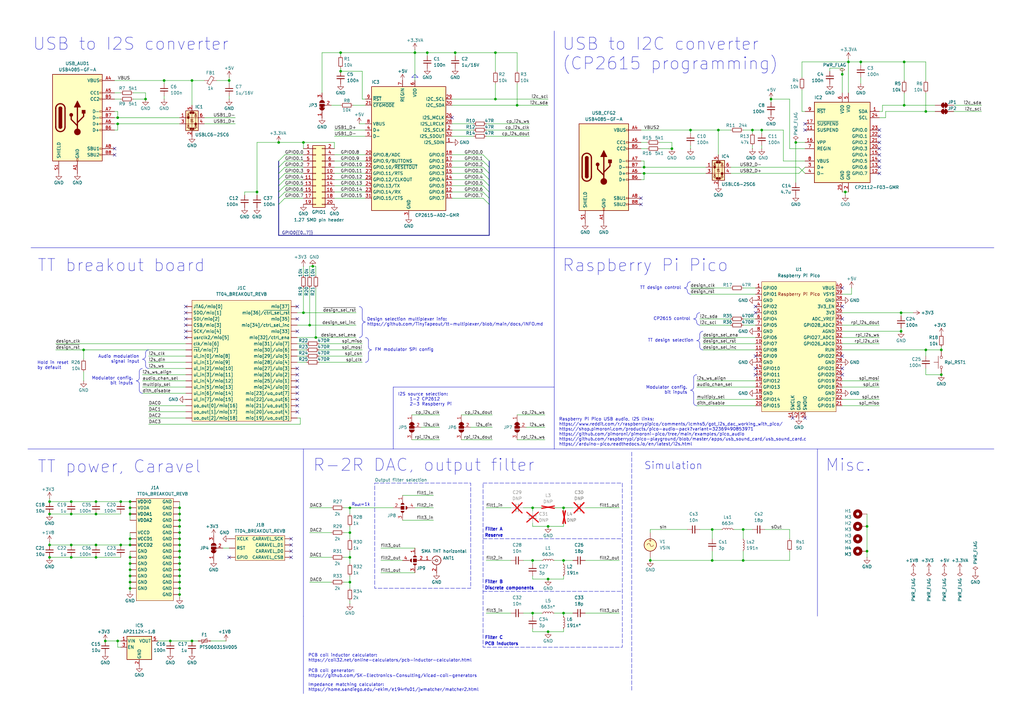
<source format=kicad_sch>
(kicad_sch (version 20231120) (generator "eeschema") (generator_version "8.0")
  (paper "A3")
  (junction (at 264.16 68.58))
  (junction (at 231.14 229.87))
  (junction (at 53.34 233.68))
  (junction (at 105.41 78.74))
  (junction (at 127 133.35))
  (junction (at 292.1 217.17))
  (junction (at 346.71 78.74))
  (junction (at 78.74 262.89))
  (junction (at 39.37 205.74))
  (junction (at 308.61 53.34))
  (junction (at 203.2 21.59))
  (junction (at 316.23 40.64))
  (junction (at 264.16 71.12))
  (junction (at 170.18 21.59))
  (junction (at 294.64 53.34))
  (junction (at 53.34 208.28))
  (junction (at 49.53 205.74))
  (junction (at 266.7 229.87))
  (junction (at 73.66 220.98))
  (junction (at 379.73 143.51))
  (junction (at 34.29 143.51))
  (junction (at 20.32 223.52))
  (junction (at 53.34 241.3))
  (junction (at 73.66 226.06))
  (junction (at 129.54 138.43))
  (junction (at 124.46 128.27))
  (junction (at 39.37 210.82))
  (junction (at 292.1 229.87))
  (junction (at 73.66 236.22))
  (junction (at 347.98 25.4))
  (junction (at 326.39 58.42))
  (junction (at 143.51 238.76))
  (junction (at 275.59 60.96))
  (junction (at 73.66 243.84))
  (junction (at 48.26 50.8))
  (junction (at 370.84 25.4))
  (junction (at 175.26 21.59))
  (junction (at 73.66 208.28))
  (junction (at 355.6 215.9))
  (junction (at 20.32 205.74))
  (junction (at 53.34 238.76))
  (junction (at 53.34 220.98))
  (junction (at 218.44 251.46))
  (junction (at 345.44 30.48))
  (junction (at 48.26 48.26))
  (junction (at 73.66 223.52))
  (junction (at 73.66 215.9))
  (junction (at 29.21 223.52))
  (junction (at 212.09 43.18))
  (junction (at 386.08 153.67))
  (junction (at 370.84 43.18))
  (junction (at 312.42 53.34))
  (junction (at 73.66 233.68))
  (junction (at 353.06 25.4))
  (junction (at 143.51 228.6))
  (junction (at 143.51 218.44))
  (junction (at 231.14 251.46))
  (junction (at 20.32 210.82))
  (junction (at 59.69 40.64))
  (junction (at 218.44 229.87))
  (junction (at 224.79 259.08))
  (junction (at 114.3 58.42))
  (junction (at 139.7 21.59))
  (junction (at 39.37 228.6))
  (junction (at 224.79 237.49))
  (junction (at 73.66 213.36))
  (junction (at 124.46 58.42))
  (junction (at 53.34 210.82))
  (junction (at 29.21 205.74))
  (junction (at 369.57 128.27))
  (junction (at 128.27 109.22))
  (junction (at 39.37 223.52))
  (junction (at 53.34 228.6))
  (junction (at 73.66 228.6))
  (junction (at 53.34 223.52))
  (junction (at 53.34 205.74))
  (junction (at 379.73 45.72))
  (junction (at 20.32 228.6))
  (junction (at 29.21 210.82))
  (junction (at 369.57 135.89))
  (junction (at 49.53 223.52))
  (junction (at 355.6 226.06))
  (junction (at 283.21 53.34))
  (junction (at 73.66 210.82))
  (junction (at 29.21 228.6))
  (junction (at 48.26 262.89))
  (junction (at 304.8 229.87))
  (junction (at 203.2 40.64))
  (junction (at 73.66 231.14))
  (junction (at 93.98 33.02))
  (junction (at 186.69 21.59))
  (junction (at 224.79 215.9))
  (junction (at 304.8 217.17))
  (junction (at 73.66 218.44))
  (junction (at 53.34 231.14))
  (junction (at 67.31 33.02))
  (junction (at 43.18 262.89))
  (junction (at 73.66 238.76))
  (junction (at 139.7 29.21))
  (junction (at 386.08 143.51))
  (junction (at 231.14 208.28))
  (junction (at 69.85 262.89))
  (junction (at 143.51 208.28))
  (junction (at 78.74 33.02))
  (junction (at 73.66 241.3))
  (junction (at 53.34 236.22))
  (junction (at 218.44 208.28))
  (no_connect (at 121.92 151.13))
  (no_connect (at 121.92 135.89))
  (no_connect (at 185.42 48.26))
  (no_connect (at 119.38 228.6))
  (no_connect (at 345.44 146.05))
  (no_connect (at 309.88 128.27))
  (no_connect (at 262.89 81.28))
  (no_connect (at 121.92 158.75))
  (no_connect (at 46.99 63.5))
  (no_connect (at 360.68 58.42))
  (no_connect (at 121.92 168.91))
  (no_connect (at 93.98 228.6))
  (no_connect (at 330.2 53.34))
  (no_connect (at 76.2 125.73))
  (no_connect (at 360.68 55.88))
  (no_connect (at 119.38 223.52))
  (no_connect (at 360.68 63.5))
  (no_connect (at 360.68 71.12))
  (no_connect (at 121.92 163.83))
  (no_connect (at 360.68 60.96))
  (no_connect (at 121.92 125.73))
  (no_connect (at 360.68 53.34))
  (no_connect (at 121.92 156.21))
  (no_connect (at 345.44 151.13))
  (no_connect (at 76.2 133.35))
  (no_connect (at 121.92 166.37))
  (no_connect (at 76.2 138.43))
  (no_connect (at 121.92 130.81))
  (no_connect (at 262.89 83.82))
  (no_connect (at 309.88 151.13))
  (no_connect (at 345.44 125.73))
  (no_connect (at 325.12 171.45))
  (no_connect (at 360.68 66.04))
  (no_connect (at 330.2 50.8))
  (no_connect (at 345.44 118.11))
  (no_connect (at 76.2 128.27))
  (no_connect (at 345.44 130.81))
  (no_connect (at 330.2 171.45))
  (no_connect (at 119.38 220.98))
  (no_connect (at 309.88 153.67))
  (no_connect (at 309.88 125.73))
  (no_connect (at 309.88 146.05))
  (no_connect (at 76.2 130.81))
  (no_connect (at 119.38 226.06))
  (no_connect (at 76.2 135.89))
  (no_connect (at 121.92 161.29))
  (no_connect (at 121.92 153.67))
  (no_connect (at 360.68 68.58))
  (no_connect (at 46.99 60.96))
  (no_connect (at 345.44 153.67))
  (bus_entry (at 114.3 71.12) (size 2.54 -2.54))
  (bus_entry (at 198.12 73.66) (size 2.54 2.54))
  (bus_entry (at 114.3 78.74) (size 2.54 -2.54))
  (bus_entry (at 198.12 68.58) (size 2.54 2.54))
  (bus_entry (at 114.3 81.28) (size 2.54 -2.54))
  (bus_entry (at 114.3 76.2) (size 2.54 -2.54))
  (bus_entry (at 114.3 68.58) (size 2.54 -2.54))
  (bus_entry (at 114.3 73.66) (size 2.54 -2.54))
  (bus_entry (at 198.12 81.28) (size 2.54 2.54))
  (bus_entry (at 198.12 71.12) (size 2.54 2.54))
  (bus_entry (at 198.12 63.5) (size 2.54 2.54))
  (bus_entry (at 198.12 78.74) (size 2.54 2.54))
  (bus_entry (at 198.12 66.04) (size 2.54 2.54))
  (bus_entry (at 198.12 76.2) (size 2.54 2.54))
  (bus_entry (at 114.3 66.04) (size 2.54 -2.54))
  (bus_entry (at 114.3 83.82) (size 2.54 -2.54))
  (wire (pts (xy 266.7 217.17) (xy 266.7 218.44)))
  (wire (pts (xy 127 118.11) (xy 127 133.35)))
  (wire (pts (xy 53.34 208.28) (xy 53.34 210.82)))
  (wire (pts (xy 330.2 68.58) (xy 327.66 71.12)))
  (polyline (pts (xy 227.33 101.6) (xy 407.67 101.6)))
  (wire (pts (xy 231.14 251.46) (xy 234.95 251.46)))
  (wire (pts (xy 370.84 25.4) (xy 353.06 25.4)))
  (polyline (pts (xy 227.33 184.15) (xy 407.67 184.15)))
  (wire (pts (xy 29.21 205.74) (xy 39.37 205.74)))
  (wire (pts (xy 203.2 40.64) (xy 224.79 40.64)))
  (wire (pts (xy 193.04 175.26) (xy 201.93 175.26)))
  (wire (pts (xy 130.81 140.97) (xy 148.59 140.97)))
  (wire (pts (xy 283.21 60.96) (xy 283.21 59.69)))
  (wire (pts (xy 137.16 53.34) (xy 149.86 53.34)))
  (wire (pts (xy 59.69 38.1) (xy 59.69 40.64)))
  (wire (pts (xy 93.98 33.02) (xy 93.98 34.29)))
  (wire (pts (xy 172.72 175.26) (xy 180.34 175.26)))
  (wire (pts (xy 283.21 120.65) (xy 309.88 120.65)))
  (bus (pts (xy 114.3 66.04) (xy 114.3 68.58)))
  (wire (pts (xy 345.44 128.27) (xy 369.57 128.27)))
  (polyline (pts (xy 161.29 158.75) (xy 227.33 158.75)))
  (wire (pts (xy 143.51 246.38) (xy 143.51 247.65)))
  (wire (pts (xy 147.32 50.8) (xy 149.86 50.8)))
  (wire (pts (xy 198.12 76.2) (xy 185.42 76.2)))
  (wire (pts (xy 346.71 78.74) (xy 347.98 78.74)))
  (wire (pts (xy 308.61 53.34) (xy 308.61 54.61)))
  (wire (pts (xy 231.14 231.14) (xy 231.14 229.87)))
  (wire (pts (xy 283.21 53.34) (xy 262.89 53.34)))
  (wire (pts (xy 312.42 60.96) (xy 312.42 59.69)))
  (wire (pts (xy 321.31 66.04) (xy 330.2 66.04)))
  (wire (pts (xy 39.37 205.74) (xy 49.53 205.74)))
  (wire (pts (xy 124.46 58.42) (xy 124.46 60.96)))
  (wire (pts (xy 53.34 226.06) (xy 53.34 228.6)))
  (wire (pts (xy 121.92 133.35) (xy 127 133.35)))
  (wire (pts (xy 323.85 40.64) (xy 323.85 60.96)))
  (wire (pts (xy 78.74 33.02) (xy 83.82 33.02)))
  (wire (pts (xy 73.66 223.52) (xy 73.66 226.06)))
  (wire (pts (xy 88.9 33.02) (xy 93.98 33.02)))
  (wire (pts (xy 189.23 180.34) (xy 201.93 180.34)))
  (wire (pts (xy 214.63 229.87) (xy 218.44 229.87)))
  (wire (pts (xy 114.3 58.42) (xy 124.46 58.42)))
  (wire (pts (xy 203.2 21.59) (xy 186.69 21.59)))
  (wire (pts (xy 330.2 71.12) (xy 327.66 68.58)))
  (wire (pts (xy 262.89 73.66) (xy 264.16 73.66)))
  (wire (pts (xy 34.29 143.51) (xy 76.2 143.51)))
  (wire (pts (xy 116.84 78.74) (xy 124.46 78.74)))
  (wire (pts (xy 212.09 21.59) (xy 203.2 21.59)))
  (wire (pts (xy 58.42 158.75) (xy 76.2 158.75)))
  (wire (pts (xy 218.44 214.63) (xy 218.44 215.9)))
  (wire (pts (xy 46.99 40.64) (xy 49.53 40.64)))
  (wire (pts (xy 100.33 78.74) (xy 100.33 80.01)))
  (wire (pts (xy 144.78 43.18) (xy 149.86 43.18)))
  (wire (pts (xy 105.41 80.01) (xy 105.41 78.74)))
  (wire (pts (xy 254 208.28) (xy 240.03 208.28)))
  (wire (pts (xy 347.98 25.4) (xy 353.06 25.4)))
  (wire (pts (xy 215.9 175.26) (xy 223.52 175.26)))
  (wire (pts (xy 29.21 223.52) (xy 39.37 223.52)))
  (wire (pts (xy 116.84 81.28) (xy 124.46 81.28)))
  (wire (pts (xy 143.51 236.22) (xy 143.51 238.76)))
  (wire (pts (xy 231.14 257.81) (xy 231.14 259.08)))
  (wire (pts (xy 127 109.22) (xy 128.27 109.22)))
  (polyline (pts (xy 57.15 152.4) (xy 57.15 154.94)))
  (wire (pts (xy 361.95 43.18) (xy 370.84 43.18)))
  (wire (pts (xy 127 218.44) (xy 135.89 218.44)))
  (wire (pts (xy 323.85 217.17) (xy 313.69 217.17)))
  (wire (pts (xy 285.75 158.75) (xy 309.88 158.75)))
  (wire (pts (xy 121.92 140.97) (xy 125.73 140.97)))
  (wire (pts (xy 227.33 208.28) (xy 231.14 208.28)))
  (wire (pts (xy 391.16 45.72) (xy 402.59 45.72)))
  (wire (pts (xy 20.32 210.82) (xy 29.21 210.82)))
  (wire (pts (xy 312.42 53.34) (xy 312.42 54.61)))
  (wire (pts (xy 264.16 66.04) (xy 264.16 68.58)))
  (wire (pts (xy 132.08 38.1) (xy 132.08 21.59)))
  (wire (pts (xy 285.75 166.37) (xy 309.88 166.37)))
  (bus (pts (xy 114.3 78.74) (xy 114.3 81.28)))
  (wire (pts (xy 287.02 130.81) (xy 299.72 130.81)))
  (wire (pts (xy 137.16 68.58) (xy 149.86 68.58)))
  (wire (pts (xy 254 251.46) (xy 240.03 251.46)))
  (wire (pts (xy 300.99 217.17) (xy 304.8 217.17)))
  (wire (pts (xy 67.31 33.02) (xy 67.31 34.29)))
  (bus (pts (xy 114.3 73.66) (xy 114.3 76.2)))
  (wire (pts (xy 60.96 148.59) (xy 76.2 148.59)))
  (wire (pts (xy 143.51 215.9) (xy 143.51 218.44)))
  (wire (pts (xy 143.51 208.28) (xy 161.29 208.28)))
  (wire (pts (xy 175.26 21.59) (xy 186.69 21.59)))
  (wire (pts (xy 67.31 33.02) (xy 46.99 33.02)))
  (wire (pts (xy 323.85 220.98) (xy 323.85 217.17)))
  (wire (pts (xy 60.96 151.13) (xy 76.2 151.13)))
  (wire (pts (xy 175.26 21.59) (xy 175.26 22.86)))
  (bus (pts (xy 114.3 76.2) (xy 114.3 78.74)))
  (wire (pts (xy 48.26 262.89) (xy 49.53 262.89)))
  (wire (pts (xy 121.92 148.59) (xy 125.73 148.59)))
  (wire (pts (xy 212.09 180.34) (xy 223.52 180.34)))
  (wire (pts (xy 64.77 262.89) (xy 69.85 262.89)))
  (wire (pts (xy 48.26 53.34) (xy 48.26 50.8)))
  (wire (pts (xy 379.73 143.51) (xy 386.08 143.51)))
  (polyline (pts (xy 287.02 138.43) (xy 287.02 137.16)))
  (wire (pts (xy 218.44 208.28) (xy 218.44 209.55)))
  (wire (pts (xy 363.22 48.26) (xy 360.68 48.26)))
  (wire (pts (xy 186.69 21.59) (xy 186.69 22.86)))
  (wire (pts (xy 165.1 203.2) (xy 177.8 203.2)))
  (wire (pts (xy 127 113.03) (xy 127 109.22)))
  (wire (pts (xy 198.12 71.12) (xy 185.42 71.12)))
  (wire (pts (xy 262.89 60.96) (xy 265.43 60.96)))
  (wire (pts (xy 53.34 236.22) (xy 53.34 238.76)))
  (bus (pts (xy 200.66 73.66) (xy 200.66 76.2)))
  (wire (pts (xy 143.51 226.06) (xy 143.51 228.6)))
  (wire (pts (xy 137.16 73.66) (xy 149.86 73.66)))
  (wire (pts (xy 140.97 238.76) (xy 143.51 238.76)))
  (wire (pts (xy 105.41 58.42) (xy 114.3 58.42)))
  (wire (pts (xy 73.66 210.82) (xy 73.66 213.36)))
  (wire (pts (xy 328.93 36.83) (xy 328.93 45.72)))
  (wire (pts (xy 170.18 208.28) (xy 177.8 208.28)))
  (wire (pts (xy 355.6 210.82) (xy 355.6 215.9)))
  (wire (pts (xy 304.8 226.06) (xy 304.8 229.87)))
  (wire (pts (xy 73.66 50.8) (xy 48.26 50.8)))
  (wire (pts (xy 328.93 25.4) (xy 347.98 25.4)))
  (wire (pts (xy 73.66 205.74) (xy 73.66 208.28)))
  (wire (pts (xy 304.8 118.11) (xy 309.88 118.11)))
  (wire (pts (xy 140.97 208.28) (xy 143.51 208.28)))
  (wire (pts (xy 53.34 228.6) (xy 53.34 231.14)))
  (wire (pts (xy 308.61 60.96) (xy 308.61 59.69)))
  (wire (pts (xy 185.42 55.88) (xy 194.31 55.88)))
  (wire (pts (xy 130.81 143.51) (xy 148.59 143.51)))
  (polyline (pts (xy 57.15 157.48) (xy 57.15 160.02)))
  (polyline (pts (xy 12.7 101.6) (xy 227.33 101.6)))
  (wire (pts (xy 170.18 33.02) (xy 170.18 21.59)))
  (wire (pts (xy 345.44 135.89) (xy 369.57 135.89)))
  (wire (pts (xy 73.66 48.26) (xy 48.26 48.26)))
  (wire (pts (xy 386.08 142.24) (xy 386.08 143.51)))
  (wire (pts (xy 121.92 128.27) (xy 124.46 128.27)))
  (wire (pts (xy 137.16 78.74) (xy 149.86 78.74)))
  (bus (pts (xy 114.3 71.12) (xy 114.3 73.66)))
  (wire (pts (xy 137.16 76.2) (xy 149.86 76.2)))
  (wire (pts (xy 48.26 48.26) (xy 46.99 48.26)))
  (wire (pts (xy 379.73 151.13) (xy 379.73 153.67)))
  (wire (pts (xy 212.09 43.18) (xy 212.09 34.29)))
  (wire (pts (xy 199.39 50.8) (xy 217.17 50.8)))
  (wire (pts (xy 363.22 45.72) (xy 379.73 45.72)))
  (wire (pts (xy 73.66 241.3) (xy 73.66 243.84)))
  (wire (pts (xy 73.66 208.28) (xy 73.66 210.82)))
  (wire (pts (xy 340.36 27.94) (xy 340.36 29.21)))
  (wire (pts (xy 214.63 208.28) (xy 218.44 208.28)))
  (wire (pts (xy 209.55 251.46) (xy 199.39 251.46)))
  (wire (pts (xy 218.44 251.46) (xy 218.44 252.73)))
  (wire (pts (xy 137.16 55.88) (xy 149.86 55.88)))
  (wire (pts (xy 264.16 73.66) (xy 264.16 71.12)))
  (wire (pts (xy 60.96 166.37) (xy 76.2 166.37)))
  (wire (pts (xy 130.81 148.59) (xy 148.59 148.59)))
  (wire (pts (xy 198.12 78.74) (xy 185.42 78.74)))
  (wire (pts (xy 78.74 262.89) (xy 81.28 262.89)))
  (wire (pts (xy 189.23 170.18) (xy 201.93 170.18)))
  (wire (pts (xy 73.66 231.14) (xy 73.66 233.68)))
  (wire (pts (xy 168.91 170.18) (xy 180.34 170.18)))
  (wire (pts (xy 379.73 143.51) (xy 379.73 146.05)))
  (polyline (pts (xy 198.12 242.57) (xy 255.27 242.57)) (stroke (width 0) (type dash)))
  (polyline (pts (xy 151.13 139.7) (xy 151.13 142.24)))
  (wire (pts (xy 93.98 40.64) (xy 93.98 39.37)))
  (wire (pts (xy 283.21 118.11) (xy 299.72 118.11)))
  (wire (pts (xy 53.34 233.68) (xy 53.34 236.22)))
  (wire (pts (xy 321.31 66.04) (xy 321.31 53.34)))
  (wire (pts (xy 304.8 130.81) (xy 309.88 130.81)))
  (wire (pts (xy 73.66 233.68) (xy 73.66 236.22)))
  (wire (pts (xy 170.18 20.32) (xy 170.18 21.59)))
  (wire (pts (xy 308.61 53.34) (xy 312.42 53.34)))
  (wire (pts (xy 46.99 50.8) (xy 48.26 50.8)))
  (wire (pts (xy 48.26 45.72) (xy 48.26 48.26)))
  (wire (pts (xy 156.21 234.95) (xy 170.18 234.95)))
  (wire (pts (xy 285.75 156.21) (xy 309.88 156.21)))
  (wire (pts (xy 124.46 128.27) (xy 146.05 128.27)))
  (wire (pts (xy 96.52 50.8) (xy 83.82 50.8)))
  (wire (pts (xy 58.42 153.67) (xy 76.2 153.67)))
  (wire (pts (xy 93.98 31.75) (xy 93.98 33.02)))
  (wire (pts (xy 34.29 152.4) (xy 34.29 156.21)))
  (wire (pts (xy 165.1 213.36) (xy 177.8 213.36)))
  (polyline (pts (xy 11.43 184.15) (xy 227.33 184.15)))
  (polyline (pts (xy 284.48 161.29) (xy 284.48 165.1)))
  (wire (pts (xy 218.44 229.87) (xy 222.25 229.87)))
  (wire (pts (xy 123.19 171.45) (xy 121.92 171.45)))
  (wire (pts (xy 214.63 251.46) (xy 218.44 251.46)))
  (wire (pts (xy 345.44 163.83) (xy 360.68 163.83)))
  (wire (pts (xy 212.09 43.18) (xy 224.79 43.18)))
  (wire (pts (xy 345.44 156.21) (xy 360.68 156.21)))
  (wire (pts (xy 124.46 109.22) (xy 124.46 113.03)))
  (wire (pts (xy 46.99 53.34) (xy 48.26 53.34)))
  (bus (pts (xy 200.66 71.12) (xy 200.66 73.66)))
  (wire (pts (xy 105.41 78.74) (xy 105.41 58.42)))
  (wire (pts (xy 39.37 210.82) (xy 49.53 210.82)))
  (wire (pts (xy 53.34 205.74) (xy 53.34 208.28)))
  (polyline (pts (xy 227.33 12.7) (xy 227.33 101.6)))
  (polyline (pts (xy 335.28 184.15) (xy 335.28 252.73)))
  (wire (pts (xy 140.97 218.44) (xy 143.51 218.44)))
  (wire (pts (xy 73.66 220.98) (xy 73.66 223.52)))
  (wire (pts (xy 231.14 209.55) (xy 231.14 208.28)))
  (polyline (pts (xy 151.13 144.78) (xy 151.13 147.32)))
  (polyline (pts (xy 148.59 127) (xy 148.59 130.81)))
  (wire (pts (xy 309.88 140.97) (xy 288.29 140.97)))
  (wire (pts (xy 361.95 43.18) (xy 361.95 45.72)))
  (wire (pts (xy 198.12 73.66) (xy 185.42 73.66)))
  (bus (pts (xy 200.66 81.28) (xy 200.66 83.82)))
  (wire (pts (xy 218.44 257.81) (xy 218.44 259.08)))
  (wire (pts (xy 91.44 224.79) (xy 93.98 224.79)))
  (wire (pts (xy 148.59 29.21) (xy 148.59 40.64)))
  (wire (pts (xy 78.74 33.02) (xy 67.31 33.02)))
  (wire (pts (xy 168.91 180.34) (xy 180.34 180.34)))
  (wire (pts (xy 262.89 66.04) (xy 264.16 66.04)))
  (wire (pts (xy 304.8 220.98) (xy 304.8 217.17)))
  (wire (pts (xy 231.14 252.73) (xy 231.14 251.46)))
  (wire (pts (xy 326.39 58.42) (xy 326.39 74.93)))
  (wire (pts (xy 116.84 76.2) (xy 124.46 76.2)))
  (wire (pts (xy 391.16 43.18) (xy 402.59 43.18)))
  (wire (pts (xy 53.34 210.82) (xy 53.34 213.36)))
  (polyline (pts (xy 59.69 148.59) (xy 59.69 149.86)))
  (wire (pts (xy 39.37 228.6) (xy 49.53 228.6)))
  (wire (pts (xy 58.42 161.29) (xy 76.2 161.29)))
  (wire (pts (xy 309.88 143.51) (xy 288.29 143.51)))
  (polyline (pts (xy 284.48 154.94) (xy 284.48 158.75)))
  (wire (pts (xy 137.16 60.96) (xy 137.16 58.42)))
  (wire (pts (xy 346.71 78.74) (xy 345.44 78.74)))
  (polyline (pts (xy 124.46 252.73) (xy 124.46 284.48)))
  (bus (pts (xy 114.3 68.58) (xy 114.3 71.12)))
  (wire (pts (xy 353.06 31.75) (xy 353.06 34.29)))
  (wire (pts (xy 345.44 143.51) (xy 379.73 143.51)))
  (wire (pts (xy 78.74 43.18) (xy 78.74 33.02)))
  (wire (pts (xy 326.39 58.42) (xy 330.2 58.42)))
  (bus (pts (xy 200.66 83.82) (xy 200.66 96.52)))
  (wire (pts (xy 54.61 40.64) (xy 59.69 40.64)))
  (wire (pts (xy 54.61 38.1) (xy 59.69 38.1)))
  (wire (pts (xy 199.39 229.87) (xy 209.55 229.87)))
  (wire (pts (xy 129.54 118.11) (xy 129.54 138.43)))
  (wire (pts (xy 369.57 128.27) (xy 369.57 129.54)))
  (wire (pts (xy 143.51 228.6) (xy 143.51 231.14)))
  (polyline (pts (xy 161.29 184.15) (xy 161.29 158.75)))
  (wire (pts (xy 198.12 68.58) (xy 185.42 68.58)))
  (wire (pts (xy 299.72 68.58) (xy 327.66 68.58)))
  (wire (pts (xy 198.12 81.28) (xy 185.42 81.28)))
  (wire (pts (xy 294.64 53.34) (xy 283.21 53.34)))
  (wire (pts (xy 53.34 238.76) (xy 53.34 241.3)))
  (wire (pts (xy 121.92 138.43) (xy 129.54 138.43)))
  (wire (pts (xy 73.66 226.06) (xy 73.66 228.6)))
  (wire (pts (xy 48.26 265.43) (xy 48.26 262.89)))
  (wire (pts (xy 135.89 43.18) (xy 139.7 43.18)))
  (wire (pts (xy 266.7 217.17) (xy 281.94 217.17)))
  (wire (pts (xy 49.53 223.52) (xy 53.34 223.52)))
  (wire (pts (xy 92.71 262.89) (xy 86.36 262.89)))
  (wire (pts (xy 264.16 68.58) (xy 262.89 68.58)))
  (wire (pts (xy 29.21 210.82) (xy 39.37 210.82)))
  (polyline (pts (xy 148.59 133.35) (xy 148.59 137.16)))
  (wire (pts (xy 292.1 217.17) (xy 292.1 220.98)))
  (wire (pts (xy 130.81 146.05) (xy 148.59 146.05)))
  (wire (pts (xy 231.14 236.22) (xy 231.14 237.49)))
  (wire (pts (xy 262.89 71.12) (xy 264.16 71.12)))
  (wire (pts (xy 140.97 228.6) (xy 143.51 228.6)))
  (wire (pts (xy 304.8 217.17) (xy 308.61 217.17)))
  (polyline (pts (xy 168.91 31.75) (xy 170.18 30.48)))
  (wire (pts (xy 283.21 53.34) (xy 283.21 54.61)))
  (wire (pts (xy 60.96 173.99) (xy 123.19 173.99)))
  (wire (pts (xy 218.44 236.22) (xy 218.44 237.49)))
  (wire (pts (xy 323.85 226.06) (xy 323.85 229.87)))
  (wire (pts (xy 34.29 143.51) (xy 34.29 147.32)))
  (wire (pts (xy 139.7 21.59) (xy 139.7 22.86)))
  (wire (pts (xy 58.42 156.21) (xy 76.2 156.21)))
  (bus (pts (xy 200.66 68.58) (xy 200.66 71.12)))
  (wire (pts (xy 287.02 217.17) (xy 292.1 217.17)))
  (wire (pts (xy 143.51 238.76) (xy 143.51 241.3)))
  (wire (pts (xy 347.98 25.4) (xy 347.98 38.1)))
  (wire (pts (xy 127 238.76) (xy 135.89 238.76)))
  (wire (pts (xy 198.12 66.04) (xy 185.42 66.04)))
  (polyline (pts (xy 227.33 101.6) (xy 227.33 184.15)))
  (wire (pts (xy 345.44 158.75) (xy 360.68 158.75)))
  (wire (pts (xy 218.44 229.87) (xy 218.44 231.14)))
  (wire (pts (xy 96.52 48.26) (xy 83.82 48.26)))
  (wire (pts (xy 203.2 29.21) (xy 203.2 21.59)))
  (wire (pts (xy 20.32 205.74) (xy 29.21 205.74)))
  (wire (pts (xy 73.66 215.9) (xy 73.66 218.44)))
  (wire (pts (xy 355.6 226.06) (xy 355.6 228.6)))
  (wire (pts (xy 262.89 58.42) (xy 265.43 58.42)))
  (wire (pts (xy 127 208.28) (xy 135.89 208.28)))
  (wire (pts (xy 231.14 208.28) (xy 234.95 208.28)))
  (wire (pts (xy 143.51 218.44) (xy 143.51 220.98)))
  (wire (pts (xy 369.57 128.27) (xy 374.65 128.27)))
  (wire (pts (xy 116.84 68.58) (xy 124.46 68.58)))
  (wire (pts (xy 369.57 134.62) (xy 369.57 135.89)))
  (wire (pts (xy 294.64 63.5) (xy 294.64 53.34)))
  (wire (pts (xy 212.09 170.18) (xy 223.52 170.18)))
  (wire (pts (xy 39.37 223.52) (xy 49.53 223.52)))
  (wire (pts (xy 304.8 133.35) (xy 309.88 133.35)))
  (polyline (pts (xy 198.12 220.98) (xy 255.27 220.98)) (stroke (width 0) (type dash)))
  (wire (pts (xy 270.51 58.42) (xy 275.59 58.42)))
  (wire (pts (xy 127 133.35) (xy 146.05 133.35)))
  (wire (pts (xy 218.44 251.46) (xy 222.25 251.46)))
  (wire (pts (xy 224.79 259.08) (xy 231.14 259.08)))
  (wire (pts (xy 218.44 237.49) (xy 224.79 237.49)))
  (wire (pts (xy 73.66 218.44) (xy 73.66 220.98)))
  (wire (pts (xy 149.86 40.64) (xy 148.59 40.64)))
  (wire (pts (xy 292.1 226.06) (xy 292.1 229.87)))
  (wire (pts (xy 323.85 60.96) (xy 330.2 60.96)))
  (wire (pts (xy 299.72 71.12) (xy 327.66 71.12)))
  (wire (pts (xy 100.33 78.74) (xy 105.41 78.74)))
  (wire (pts (xy 127 228.6) (xy 135.89 228.6)))
  (wire (pts (xy 209.55 208.28) (xy 199.39 208.28)))
  (wire (pts (xy 139.7 27.94) (xy 139.7 29.21)))
  (wire (pts (xy 53.34 231.14) (xy 53.34 233.68)))
  (wire (pts (xy 199.39 53.34) (xy 217.17 53.34)))
  (wire (pts (xy 156.21 229.87) (xy 165.1 229.87)))
  (wire (pts (xy 218.44 208.28) (xy 222.25 208.28)))
  (wire (pts (xy 143.51 208.28) (xy 143.51 210.82)))
  (wire (pts (xy 69.85 262.89) (xy 78.74 262.89)))
  (wire (pts (xy 304.8 229.87) (xy 323.85 229.87)))
  (wire (pts (xy 304.8 53.34) (xy 308.61 53.34)))
  (wire (pts (xy 116.84 66.04) (xy 124.46 66.04)))
  (wire (pts (xy 53.34 241.3) (xy 53.34 242.57)))
  (wire (pts (xy 370.84 38.1) (xy 370.84 43.18)))
  (wire (pts (xy 353.06 26.67) (xy 353.06 25.4)))
  (wire (pts (xy 116.84 73.66) (xy 124.46 73.66)))
  (wire (pts (xy 116.84 63.5) (xy 124.46 63.5)))
  (wire (pts (xy 316.23 40.64) (xy 323.85 40.64)))
  (wire (pts (xy 60.96 146.05) (xy 76.2 146.05)))
  (wire (pts (xy 379.73 45.72) (xy 383.54 45.72)))
  (wire (pts (xy 345.44 27.94) (xy 340.36 27.94)))
  (wire (pts (xy 275.59 58.42) (xy 275.59 60.96)))
  (wire (pts (xy 132.08 21.59) (xy 139.7 21.59)))
  (wire (pts (xy 73.66 228.6) (xy 73.66 231.14)))
  (wire (pts (xy 123.19 173.99) (xy 123.19 171.45)))
  (wire (pts (xy 316.23 40.64) (xy 316.23 41.91)))
  (wire (pts (xy 121.92 143.51) (xy 125.73 143.51)))
  (wire (pts (xy 345.44 138.43) (xy 360.68 138.43)))
  (wire (pts (xy 227.33 251.46) (xy 231.14 251.46)))
  (wire (pts (xy 22.86 143.51) (xy 34.29 143.51)))
  (wire (pts (xy 355.6 215.9) (xy 355.6 226.06)))
  (wire (pts (xy 345.44 140.97) (xy 360.68 140.97)))
  (wire (pts (xy 231.14 214.63) (xy 231.14 215.9)))
  (wire (pts (xy 199.39 55.88) (xy 217.17 55.88)))
  (wire (pts (xy 203.2 40.64) (xy 203.2 34.29)))
  (wire (pts (xy 121.92 146.05) (xy 125.73 146.05)))
  (wire (pts (xy 345.44 120.65) (xy 349.25 120.65)))
  (wire (pts (xy 139.7 21.59) (xy 170.18 21.59)))
  (wire (pts (xy 266.7 229.87) (xy 292.1 229.87)))
  (wire (pts (xy 185.42 53.34) (xy 194.31 53.34)))
  (wire (pts (xy 46.99 45.72) (xy 48.26 45.72)))
  (wire (pts (xy 53.34 223.52) (xy 53.34 220.98)))
  (bus (pts (xy 200.66 66.04) (xy 200.66 68.58)))
  (wire (pts (xy 328.93 31.75) (xy 328.93 25.4)))
  (wire (pts (xy 379.73 38.1) (xy 379.73 45.72)))
  (wire (pts (xy 137.16 58.42) (xy 124.46 58.42)))
  (wire (pts (xy 156.21 224.79) (xy 170.18 224.79)))
  (wire (pts (xy 227.33 229.87) (xy 231.14 229.87)))
  (wire (pts (xy 379.73 25.4) (xy 370.84 25.4)))
  (wire (pts (xy 129.54 138.43) (xy 146.05 138.43)))
  (wire (pts (xy 20.32 222.25) (xy 20.32 223.52)))
  (bus (pts (xy 200.66 96.52) (xy 114.3 96.52)))
  (wire (pts (xy 20.32 204.47) (xy 20.32 205.74)))
  (polyline (pts (xy 287.02 140.97) (xy 287.02 142.24)))
  (wire (pts (xy 345.44 38.1) (xy 345.44 30.48)))
  (wire (pts (xy 49.53 205.74) (xy 53.34 205.74)))
  (wire (pts (xy 73.66 236.22) (xy 73.66 238.76)))
  (bus (pts (xy 114.3 83.82) (xy 114.3 96.52)))
  (wire (pts (xy 345.44 30.48) (xy 345.44 27.94)))
  (wire (pts (xy 22.86 140.97) (xy 76.2 140.97)))
  (polyline (pts (xy 168.91 31.75) (xy 171.45 31.75)))
  (wire (pts (xy 287.02 133.35) (xy 299.72 133.35)))
  (wire (pts (xy 330.2 45.72) (xy 328.93 45.72)))
  (wire (pts (xy 185.42 43.18) (xy 212.09 43.18)))
  (wire (pts (xy 370.84 33.02) (xy 370.84 25.4)))
  (wire (pts (xy 346.71 78.74) (xy 346.71 80.01)))
  (polyline (pts (xy 170.18 30.48) (xy 171.45 31.75)))
  (wire (pts (xy 116.84 71.12) (xy 124.46 71.12)))
  (wire (pts (xy 240.03 229.87) (xy 254 229.87)))
  (wire (pts (xy 29.21 228.6) (xy 39.37 228.6)))
  (wire (pts (xy 198.12 63.5) (xy 185.42 63.5)))
  (wire (pts (xy 49.53 265.43) (xy 48.26 265.43)))
  (wire (pts (xy 60.96 168.91) (xy 76.2 168.91)))
  (wire (pts (xy 224.79 237.49) (xy 231.14 237.49)))
  (wire (pts (xy 218.44 259.08) (xy 224.79 259.08)))
  (wire (pts (xy 73.66 213.36) (xy 73.66 215.9)))
  (wire (pts (xy 137.16 63.5) (xy 149.86 63.5)))
  (wire (pts (xy 148.59 29.21) (xy 139.7 29.21)))
  (wire (pts (xy 386.08 153.67) (xy 379.73 153.67)))
  (wire (pts (xy 289.56 68.58) (xy 264.16 68.58)))
  (wire (pts (xy 266.7 228.6) (xy 266.7 229.87)))
  (polyline (pts (xy 259.08 185.42) (xy 259.08 283.21)) (stroke (width 0) (type dash)))
  (wire (pts (xy 288.29 138.43) (xy 309.88 138.43)))
  (wire (pts (xy 312.42 53.34) (xy 321.31 53.34)))
  (wire (pts (xy 170.18 21.59) (xy 175.26 21.59)))
  (wire (pts (xy 289.56 71.12) (xy 264.16 71.12)))
  (wire (pts (xy 370.84 43.18) (xy 383.54 43.18)))
  (wire (pts (xy 345.44 133.35) (xy 360.68 133.35)))
  (wire (pts (xy 379.73 33.02) (xy 379.73 25.4)))
  (wire (pts (xy 224.79 215.9) (xy 231.14 215.9)))
  (wire (pts (xy 124.46 118.11) (xy 124.46 128.27)))
  (wire (pts (xy 292.1 229.87) (xy 304.8 229.87)))
  (wire (pts (xy 137.16 71.12) (xy 149.86 71.12)))
  (wire (pts (xy 270.51 60.96) (xy 275.59 60.96)))
  (wire (pts (xy 129.54 109.22) (xy 128.27 109.22)))
  (bus (pts (xy 200.66 78.74) (xy 200.66 81.28)))
  (wire (pts (xy 347.98 24.13) (xy 347.98 25.4)))
  (wire (pts (xy 185.42 40.64) (xy 203.2 40.64)))
  (wire (pts (xy 67.31 40.64) (xy 67.31 39.37)))
  (wire (pts (xy 363.22 45.72) (xy 363.22 48.26)))
  (wire (pts (xy 218.44 215.9) (xy 224.79 215.9)))
  (wire (pts (xy 137.16 66.04) (xy 149.86 66.04)))
  (bus (pts (xy 114.3 81.28) (xy 114.3 83.82)))
  (wire (pts (xy 285.75 163.83) (xy 309.88 163.83)))
  (wire (pts (xy 60.96 171.45) (xy 76.2 171.45)))
  (wire (pts (xy 361.95 45.72) (xy 360.68 45.72)))
  (wire (pts (xy 73.66 243.84) (xy 73.66 245.11)))
  (wire (pts (xy 46.99 38.1) (xy 49.53 38.1)))
  (wire (pts (xy 231.14 229.87) (xy 234.95 229.87)))
  (wire (pts (xy 345.44 166.37) (xy 360.68 166.37)))
  (bus (pts (xy 200.66 76.2) (xy 200.66 78.74)))
  (wire (pts (xy 137.16 81.28) (xy 149.86 81.28)))
  (wire (pts (xy 294.64 53.34) (xy 299.72 53.34)))
  (wire (pts (xy 73.66 238.76) (xy 73.66 241.3)))
  (wire (pts (xy 292.1 217.17) (xy 295.91 217.17)))
  (wire (pts (xy 53.34 220.98) (xy 53.34 218.44)))
  (polyline (pts (xy 124.46 184.15) (xy 124.46 252.73)))
  (wire (pts (xy 43.18 262.89) (xy 48.26 262.89)))
  (wire (pts (xy 20.32 228.6) (xy 29.21 228.6)))
  (polyline (pts (xy 59.69 144.78) (xy 59.69 146.05)))
  (wire (pts (xy 349.25 118.11) (xy 349.25 120.65)))
  (wire (pts (xy 20.32 223.52) (xy 29.21 223.52)))
  (wire (pts (xy 129.54 113.03) (xy 129.54 109.22)))
  (wire (pts (xy 185.42 50.8) (xy 194.31 50.8)))
  (wire (pts (xy 212.09 29.21) (xy 212.09 21.59)))
  (arc (start 287.02 138.43) (mid 286.648 139.328) (end 285.75 139.7))
  (arc (start 283.21 120.65) (mid 282.312 120.278) (end 281.94 119.38))
  (arc (start 281.94 116.84) (mid 281.568 117.738) (end 280.67 118.11))
  (arc (start 285.75 129.54) (mid 285.378 130.438) (end 284.48 130.81))
  (arc (start 57.15 152.4) (mid 57.522 151.502) (end 58.42 151.13))
  (arc (start 148.59 133.35) (mid 148.962 132.452) (end 149.86 132.08))
  (arc (start 285.75 129.54) (mid 286.122 128.642) (end 287.02 128.27))
  (arc (start 58.42 147.32) (mid 59.318 147.692) (end 59.69 148.59))
  (arc (start 284.48 130.81) (mid 285.378 131.182) (end 285.75 132.08))
  (arc (start 284.48 154.94) (mid 284.852 154.042) (end 285.75 153.67))
  (arc (start 287.02 137.16) (mid 287.392 136.262) (end 288.29 135.89))
  (arc (start 283.21 160.02) (mid 284.108 160.392) (end 284.48 161.29))
  (arc (start 284.48 158.75) (mid 284.108 159.648) (end 283.21 160.02))
  (rectangle (start 153.67 198.12) (end 193.04 241.3) (stroke (width 0) (type dash)))
  (arc (start 57.15 154.94) (mid 56.778 155.838) (end 55.88 156.21))
  (arc (start 149.86 138.43) (mid 150.758 138.802) (end 151.13 139.7))
  (arc (start 151.13 144.78) (mid 151.502 143.882) (end 152.4 143.51))
  (arc (start 152.4 143.51) (mid 151.502 143.138) (end 151.13 142.24))
  (arc (start 281.94 116.84) (mid 282.312 115.942) (end 283.21 115.57))
  (arc (start 285.75 166.37) (mid 284.852 165.998) (end 284.48 165.1))
  (arc (start 285.75 139.7) (mid 286.648 140.072) (end 287.02 140.97))
  (arc (start 58.42 161.29) (mid 57.522 160.918) (end 57.15 160.02))
  (arc (start 288.29 143.51) (mid 287.392 143.138) (end 287.02 142.24))
  (arc (start 287.02 133.35) (mid 286.122 132.978) (end 285.75 132.08))
  (arc (start 149.86 132.08) (mid 148.962 131.708) (end 148.59 130.81))
  (arc (start 280.67 118.11) (mid 281.568 118.482) (end 281.94 119.38))
  (arc (start 147.32 125.73) (mid 148.218 126.102) (end 148.59 127))
  (arc (start 59.69 146.05) (mid 59.318 146.948) (end 58.42 147.32))
  (arc (start 60.96 151.13) (mid 60.062 150.758) (end 59.69 149.86))
  (arc (start 151.13 147.32) (mid 150.758 148.218) (end 149.86 148.59))
  (arc (start 148.59 137.16) (mid 148.218 138.058) (end 147.32 138.43))
  (arc (start 55.88 156.21) (mid 56.778 156.582) (end 57.15 157.48))
  (rectangle (start 198.12 198.12) (end 255.27 265.43) (stroke (width 0) (type dash)))
  (arc (start 59.69 144.78) (mid 60.062 143.882) (end 60.96 143.51))
  (text "Modulator config.\nbit inputs" (at 281.94 160.02 0) (effects (font (size 1.27 1.27)) (justify right)))
  (text "TT power, Caravel" (at 15.24 188.595 0) (effects (font (size 5 5)) (justify left top)))
  (text "I2S source selection:\n	1-2 CP2612\n	2-3 Raspberry Pi" (at 163.195 163.83 0) (effects (font (size 1.27 1.27)) (justify left)))
  (text "Design selection multiplexer info:\nhttps://github.com/TinyTapeout/tt-multiplexer/blob/main/docs/INFO.md" (at 150.495 132.08 0) (effects (font (size 1.27 1.27)) (justify left)))
  (text "Modulator config.\nbit inputs" (at 54.61 156.21 0) (effects (font (size 1.27 1.27)) (justify right)))
  (text "USB to I2S converter" (at 13.335 15.24 0) (effects (font (size 5 5)) (justify left top)))
  (text "CP2615 control" (at 283.21 130.81 0) (effects (font (size 1.27 1.27)) (justify right)))
  (text "Filter A" (at 202.565 217.17 0) (effects (font (size 1.27 1.27) (thickness 0.254) (bold yes))))
  (text "PCB inductors" (at 198.755 264.16 0) (effects (font (size 1.27 1.27) (thickness 0.254)) (justify left)))
  (text "PCB coil generator:\nhttps://github.com/SK-Electronics-Consulting/kicad-coil-generators" (at 126.365 276.225 0) (effects (font (size 1.27 1.27)) (justify left)))
  (text "Audio modulation\nsignal input" (at 57.15 147.32 0) (effects (font (size 1.27 1.27)) (justify right)))
  (text "Raspberry Pi Pico USB audio, I2S links:\nhttps://www.reddit.com/r/raspberrypipico/comments/lcmhs5/got_i2s_dac_working_with_pico/\nhttps://shop.pimoroni.com/products/pico-audio-pack?variant=32369490853971\nhttps://github.com/pimoroni/pimoroni-pico/tree/main/examples/pico_audio\nhttps://github.com/raspberrypi/pico-playground/blob/master/apps/usb_sound_card/usb_sound_card.c\nhttps://arduino-pico.readthedocs.io/en/latest/i2s.html" (at 229.235 177.165 0) (effects (font (size 1.27 1.27)) (justify left)))
  (text "Misc." (at 338.455 187.96 0) (effects (font (size 5 5)) (justify left top)))
  (text "PCB coil inductor calculator:\nhttps://coil32.net/online-calculators/pcb-inductor-calculator.html" (at 126.365 269.875 0) (effects (font (size 1.27 1.27)) (justify left)))
  (text "Impedance matching calculator:\nhttps://home.sandiego.edu/~ekim/e194rfs01/jwmatcher/matcher2.html" (at 126.365 281.94 0) (effects (font (size 1.27 1.27)) (justify left)))
  (text "Discrete components" (at 198.755 241.3 0) (effects (font (size 1.27 1.27) (thickness 0.254)) (justify left)))
  (text "Hold in reset\nby default" (at 15.24 149.86 0) (effects (font (size 1.27 1.27)) (justify left)))
  (text "Filter B" (at 202.565 238.76 0) (effects (font (size 1.27 1.27) (thickness 0.254) (bold yes))))
  (text "Filter C" (at 202.565 261.62 0) (effects (font (size 1.27 1.27) (thickness 0.254) (bold yes))))
  (text "R-2R DAC, output filter" (at 128.27 187.96 0) (effects (font (size 5 5)) (justify left top)))
  (text "USB to I2C converter\n(CP2615 programming)" (at 230.505 15.24 0) (effects (font (size 5 5)) (justify left top)))
  (text "R_{out}=1k" (at 144.145 207.01 0) (effects (font (size 1.27 1.27)) (justify left)))
  (text "TT design control" (at 279.4 118.11 0) (effects (font (size 1.27 1.27)) (justify right)))
  (text "TT breakout board" (at 15.24 106.045 0) (effects (font (size 5 5)) (justify left top)))
  (text "FM modulator SPI config" (at 153.67 143.51 0) (effects (font (size 1.27 1.27)) (justify left)))
  (text "TT design selection" (at 284.48 139.7 0) (effects (font (size 1.27 1.27)) (justify right)))
  (text "Reserve" (at 198.755 219.71 0) (effects (font (size 1.27 1.27) (thickness 0.254)) (justify left)))
  (text "Simulation" (at 264.16 191.135 0) (effects (font (size 3 3)) (justify left)))
  (text "Raspberry Pi Pico" (at 230.505 106.045 0) (effects (font (size 5 5)) (justify left top)))
  (label "rpi_i2s_clk" (at 360.68 140.97 180))
  (label "spi_clk" (at 360.68 158.75 180))
  (label "i2s_din" (at 60.96 148.59 0))
  (label "spi_csn" (at 360.68 163.83 180))
  (label "multiply_sel" (at 285.75 163.83 0))
  (label "spi_miso" (at 360.68 166.37 180))
  (label "audio_chan_sel" (at 285.75 158.75 0))
  (label "USB1_D-" (at 96.52 48.26 180))
  (label "GPIO0.4" (at 116.84 73.66 0))
  (label "cp_i2s_clk" (at 217.17 53.34 180))
  (label "cp_i2s_ws" (at 217.17 50.8 180))
  (label "GPIO0.8" (at 139.7 63.5 0))
  (label "design_clk" (at 283.21 118.11 0))
  (label "~{design_rst}" (at 22.86 143.51 0))
  (label "rpi_i2s_ws" (at 223.52 180.34 180))
  (label "spi_mosi" (at 148.59 143.51 180))
  (label "DAC1" (at 127 228.6 0))
  (label "i2c_sda" (at 224.79 43.18 180))
  (label "i2s_din" (at 201.93 175.26 180))
  (label "USB1_D+" (at 96.52 50.8 180))
  (label "audio_chan_sel" (at 58.42 156.21 0))
  (label "rpi_i2s_dout" (at 360.68 133.35 180))
  (label "i2c_sda" (at 287.02 130.81 0))
  (label "GPIO0.0" (at 198.12 63.5 180))
  (label "GPIO0.10" (at 139.7 68.58 0))
  (label "GPIO0.9" (at 139.7 66.04 0))
  (label "filt1_in" (at 199.39 208.28 0))
  (label "DAC3" (at 127 208.28 0))
  (label "filt1_out" (at 254 208.28 180))
  (label "GPIO0.5" (at 198.12 76.2 180))
  (label "spi_mosi" (at 360.68 156.21 180))
  (label "~{design_sel_rst}" (at 288.29 140.97 0))
  (label "DAC1" (at 60.96 168.91 0))
  (label "i2c_sda" (at 402.59 43.18 180))
  (label "~{design_sel_rst}" (at 146.05 128.27 180))
  (label "DAC2" (at 127 218.44 0))
  (label "multiply_sel" (at 58.42 158.75 0))
  (label "USB2_D+" (at 312.42 71.12 180))
  (label "GPIO0.11" (at 139.7 71.12 0))
  (label "sIn" (at 270.51 217.17 0))
  (label "filt3_in" (at 177.8 213.36 180))
  (label "spi_clk" (at 148.59 148.59 180))
  (label "filt3_out" (at 156.21 224.79 0))
  (label "i2c_scl" (at 287.02 133.35 0))
  (label "GPIO0.15" (at 139.7 81.28 0))
  (label "GPIO0.6" (at 198.12 78.74 180))
  (label "filt1_out" (at 156.21 234.95 0))
  (label "rpi_i2s_ws" (at 360.68 138.43 180))
  (label "design_sel_ena" (at 288.29 138.43 0))
  (label "rpi_i2s_clk" (at 180.34 180.34 180))
  (label "GPIO0.0" (at 116.84 63.5 0))
  (label "filt2_in" (at 177.8 208.28 180))
  (label "GPIO0.6" (at 116.84 78.74 0))
  (label "VBUS2" (at 264.16 53.34 0))
  (label "DAC3" (at 60.96 173.99 0))
  (label "GPIO0.14" (at 139.7 78.74 0))
  (label "filt2_out" (at 156.21 229.87 0))
  (label "i2s_ws_align" (at 58.42 153.67 0))
  (label "cp_i2s_clk" (at 180.34 170.18 180))
  (label "VBUS" (at 48.26 33.02 0))
  (label "spi_miso" (at 148.59 140.97 180))
  (label "filt3_in" (at 199.39 251.46 0))
  (label "GPIO0{[0..7]}" (at 115.57 96.52 0))
  (label "DAC0" (at 127 238.76 0))
  (label "DAC0" (at 60.96 166.37 0))
  (label "sOut" (at 316.23 217.17 0))
  (label "GPIO0.3" (at 116.84 71.12 0))
  (label "GPIO0.13" (at 139.7 76.2 0))
  (label "dith_disable" (at 58.42 161.29 0))
  (label "USB1_D+" (at 137.16 53.34 0))
  (label "USB1_D-" (at 137.16 55.88 0))
  (label "design_clk" (at 22.86 140.97 0))
  (label "GPIO0.5" (at 116.84 76.2 0))
  (label "i2s_ws" (at 60.96 151.13 0))
  (label "GPIO0.1" (at 116.84 66.04 0))
  (label "filt2_in" (at 199.39 229.87 0))
  (label "design_sel_inc" (at 288.29 143.51 0))
  (label "cp_i2s_dout" (at 201.93 170.18 180))
  (label "GPIO0.4" (at 198.12 73.66 180))
  (label "filt1_in" (at 177.8 203.2 180))
  (label "i2s_ws" (at 223.52 175.26 180))
  (label "GPIO0.7" (at 198.12 81.28 180))
  (label "i2s_ws_align" (at 285.75 156.21 0))
  (label "DAC2" (at 60.96 171.45 0))
  (label "USB2_D-" (at 312.42 68.58 180))
  (label "cp_i2s_dout" (at 217.17 55.88 180))
  (label "dith_disable" (at 285.75 166.37 0))
  (label "filt3_out" (at 254 251.46 180))
  (label "i2s_clk" (at 60.96 146.05 0))
  (label "i2c_scl" (at 402.59 45.72 180))
  (label "GPIO0.2" (at 198.12 68.58 180))
  (label "cp_i2s_ws" (at 223.52 170.18 180))
  (label "GPIO0.1" (at 198.12 66.04 180))
  (label "GPIO0.2" (at 116.84 68.58 0))
  (label "filt2_out" (at 254 229.87 180))
  (label "rpi_i2s_dout" (at 201.93 180.34 180))
  (label "design_sel_inc" (at 146.05 133.35 180))
  (label "GPIO0.12" (at 139.7 73.66 0))
  (label "i2c_scl" (at 224.79 40.64 180))
  (label "design_sel_ena" (at 146.05 138.43 180))
  (label "GPIO0.7" (at 116.84 81.28 0))
  (label "~{design_rst}" (at 283.21 120.65 0))
  (label "GPIO0.3" (at 198.12 71.12 180))
  (label "i2s_clk" (at 180.34 175.26 180))
  (label "spi_csn" (at 148.59 146.05 180))
  (symbol (lib_id "Device:C_Small") (at 67.31 36.83 0) (unit 1) (exclude_from_sim yes)
    (property "Reference" "C6" (at 69.85 35.5662 0) (effects (justify left)))
    (property "Value" "100n" (at 69.85 38.1062 0) (effects (justify left)))
    (property "Footprint" "Capacitor_SMD:C_0603_1608Metric_Pad1.08x0.95mm_HandSolder" (effects (hide yes)))
    (property "Description" "Unpolarized capacitor, small symbol" (effects (hide yes)))
  )
  (symbol (lib_id "Interface_USB:CP2112") (at 345.44 58.42 0) (unit 1) (exclude_from_sim yes)
    (property "Reference" "IC2" (at 334.01 40.005 0) (effects (justify left)))
    (property "Value" "CP2112-F03-GMR" (at 350.52 76.835 0) (effects (justify left)))
    (property "Footprint" "Package_DFN_QFN:QFN-24-1EP_4x4mm_P0.5mm_EP2.6x2.6mm_ThermalVias" (effects (hide yes)))
    (property "Datasheet" "https://www.silabs.com/documents/public/data-sheets/cp2112-datasheet.pdf" (effects (hide yes)))
    (property "Description" "HID USB to SMBUS master bridge" (effects (hide yes)))
    (property "eshop" "https://cz.mouser.com/ProductDetail/Silicon-Labs/CP2112-F03-GMR?qs=5aG0NVq1C4xTtcRh7H2oKQ%3D%3D" (effects (hide yes)))
  )
  (symbol (lib_id "power:GND") (at 124.46 83.82 0) (mirror y) (unit 1)
    (property "Reference" "#PWR085" (effects (hide yes)))
    (property "Value" "GND" (at 124.46 87.63 0))
    (property "Description" "Power symbol creates a global label with name \"GND\" , ground" (effects (hide yes)))
  )
  (symbol (lib_id "power:GND") (at 139.7 34.29 0) (unit 1)
    (property "Reference" "#PWR08" (effects (hide yes)))
    (property "Value" "GND" (at 139.7 38.1 0))
    (property "Description" "Power symbol creates a global label with name \"GND\" , ground" (effects (hide yes)))
  )
  (symbol (lib_id "power:GND") (at 294.64 76.2 0) (unit 1)
    (property "Reference" "#PWR030" (effects (hide yes)))
    (property "Value" "GND" (at 294.64 80.01 0))
    (property "Description" "Power symbol creates a global label with name \"GND\" , ground" (effects (hide yes)))
  )
  (symbol (lib_id "Device:L_Small") (at 231.14 212.09 0) (unit 1) (exclude_from_sim yes) (in_bom no) (dnp yes)
    (property "Reference" "L4" (at 232.41 210.8199 0) (effects (justify left)))
    (property "Value" "DNP" (at 232.41 213.3599 0) (effects (justify left)))
    (property "Footprint" "Inductor_SMD:L_0603_1608Metric_Pad1.05x0.95mm_HandSolder" (effects (hide yes)))
    (property "Description" "Inductor, small symbol" (effects (hide yes)))
  )
  (symbol (lib_id "Device:R_Small") (at 308.61 57.15 0) (mirror x) (unit 1) (exclude_from_sim yes)
    (property "Reference" "R13" (at 307.34 55.88 0) (effects (justify right)))
    (property "Value" "47k" (at 307.34 58.42 0) (effects (justify right)))
    (property "Footprint" "Resistor_SMD:R_0603_1608Metric_Pad0.98x0.95mm_HandSolder" (effects (hide yes)))
    (property "Description" "Resistor, small symbol" (effects (hide yes)))
  )
  (symbol (lib_id "Device:Polyfuse_Small") (at 83.82 262.89 90) (unit 1) (exclude_from_sim yes)
    (property "Reference" "F1" (at 83.82 260.35 90))
    (property "Value" "PTS060315V005" (at 89.535 265.43 90))
    (property "Footprint" "Fuse:Fuse_0603_1608Metric_Pad1.05x0.95mm_HandSolder" (effects (hide yes)))
    (property "Description" "Resettable fuse, polymeric positive temperature coefficient, small symbol" (effects (hide yes)))
    (property "eshop" "https://cz.mouser.com/ProductDetail/Bussmann-Eaton/PTS060315V005?qs=aP1CjGhiNiE7uJkiLddYHQ%3D%3D" (effects (hide yes)))
  )
  (symbol (lib_id "Connector:USB_C_Receptacle_USB2.0_16P") (at 247.65 68.58 0) (unit 1) (exclude_from_sim yes)
    (property "Reference" "USB_CFG2" (at 247.65 46.355 0))
    (property "Value" "USB4085-GF-A" (at 247.65 48.895 0))
    (property "Footprint" "Connector_USB:USB_C_Receptacle_GCT_USB4085" (effects (hide yes)))
    (property "Datasheet" "https://www.usb.org/sites/default/files/documents/usb_type-c.zip" (effects (hide yes)))
    (property "Description" "USB 2.0-only 16P Type-C Receptacle connector" (effects (hide yes)))
  )
  (symbol (lib_id "power:+5V") (at 147.32 50.8 0) (unit 1)
    (property "Reference" "#PWR017" (effects (hide yes)))
    (property "Value" "+5V" (at 147.32 46.99 0))
    (property "Description" "Power symbol creates a global label with name \"+5V\"" (effects (hide yes)))
  )
  (symbol (lib_id "power:+3V3") (at 20.32 204.47 0) (unit 1)
    (property "Reference" "#PWR049" (effects (hide yes)))
    (property "Value" "+3V3" (at 19.685 200.66 0))
    (property "Description" "Power symbol creates a global label with name \"+3V3\"" (effects (hide yes)))
  )
  (symbol (lib_id "power:GND") (at 53.34 242.57 0) (unit 1)
    (property "Reference" "#PWR062" (effects (hide yes)))
    (property "Value" "GND" (at 53.34 246.38 0))
    (property "Description" "Power symbol creates a global label with name \"GND\" , ground" (effects (hide yes)))
  )
  (symbol (lib_id "Device:C_Small") (at 20.32 208.28 0) (unit 1) (exclude_from_sim yes)
    (property "Reference" "C18" (at 18.415 207.01 0) (effects (justify right)))
    (property "Value" "10u" (at 18.415 209.55 0) (effects (justify right)))
    (property "Footprint" "Capacitor_SMD:C_0805_2012Metric_Pad1.18x1.45mm_HandSolder" (effects (hide yes)))
    (property "Description" "Unpolarized capacitor, small symbol" (effects (hide yes)))
  )
  (symbol (lib_id "Device:C_Small") (at 43.18 265.43 0) (unit 1) (exclude_from_sim yes)
    (property "Reference" "C15" (at 41.275 264.16 0) (effects (justify right)))
    (property "Value" "10u" (at 41.275 266.7 0) (effects (justify right)))
    (property "Footprint" "Capacitor_SMD:C_0805_2012Metric_Pad1.18x1.45mm_HandSolder" (effects (hide yes)))
    (property "Description" "Unpolarized capacitor, small symbol" (effects (hide yes)))
  )
  (symbol (lib_id "power:GND") (at 105.41 85.09 0) (unit 1)
    (property "Reference" "#PWR026" (effects (hide yes)))
    (property "Value" "GND" (at 105.41 88.9 0))
    (property "Description" "Power symbol creates a global label with name \"GND\" , ground" (effects (hide yes)))
  )
  (symbol (lib_id "power:+3.3VA") (at 114.3 58.42 0) (mirror y) (unit 1)
    (property "Reference" "#PWR084" (effects (hide yes)))
    (property "Value" "+3.3VA" (at 117.475 54.61 0) (effects (justify left)))
    (property "Description" "Power symbol creates a global label with name \"+3V3\"" (effects (hide yes)))
  )
  (symbol (lib_id "Device:C_Small") (at 49.53 226.06 0) (mirror y) (unit 1) (exclude_from_sim yes)
    (property "Reference" "C23" (at 47.625 224.79 0) (effects (justify left)))
    (property "Value" "100n" (at 47.625 227.33 0) (effects (justify left)))
    (property "Footprint" "Capacitor_SMD:C_0603_1608Metric_Pad1.08x0.95mm_HandSolder" (effects (hide yes)))
    (property "Description" "Unpolarized capacitor, small symbol" (effects (hide yes)))
  )
  (symbol (lib_id "power:GND") (at 316.23 46.99 0) (unit 1)
    (property "Reference" "#PWR014" (effects (hide yes)))
    (property "Value" "GND" (at 316.23 50.8 0))
    (property "Description" "Power symbol creates a global label with name \"GND\" , ground" (effects (hide yes)))
  )
  (symbol (lib_name "CARAVEL_TT04_BREAKOUT_REVB_1") (lib_id "TinyTapeout:CARAVEL_TT04_BREAKOUT_REVB") (at 99.06 146.05 0) (unit 3) (exclude_from_sim yes)
    (property "Reference" "J1" (at 99.06 118.11 0))
    (property "Value" "TT04_BREAKOUT_REVB" (at 99.06 120.65 0))
    (property "Footprint" "ProjectLib:TT04_BREAKOUT_SMB" (effects (hide yes)))
    (property "Description" "Efabless caravel breakout pinout, aisler board" (effects (hide yes)))
  )
  (symbol (lib_id "Device:C_Small") (at 175.26 25.4 0) (unit 1) (exclude_from_sim yes)
    (property "Reference" "C1" (at 177.8 24.1362 0) (effects (justify left)))
    (property "Value" "100n" (at 177.8 26.6762 0) (effects (justify left)))
    (property "Footprint" "Capacitor_SMD:C_0603_1608Metric_Pad1.08x0.95mm_HandSolder" (effects (hide yes)))
    (property "Description" "Unpolarized capacitor, small symbol" (effects (hide yes)))
  )
  (symbol (lib_id "power:GND") (at 247.65 91.44 0) (unit 1)
    (property "Reference" "#PWR039" (effects (hide yes)))
    (property "Value" "GND" (at 247.65 95.25 0))
    (property "Description" "Power symbol creates a global label with name \"GND\" , ground" (effects (hide yes)))
  )
  (symbol (lib_id "power:GND") (at 132.08 48.26 0) (unit 1)
    (property "Reference" "#PWR015" (effects (hide yes)))
    (property "Value" "GND" (at 132.08 52.07 0))
    (property "Description" "Power symbol creates a global label with name \"GND\" , ground" (effects (hide yes)))
  )
  (symbol (lib_id "power:GND") (at 93.98 40.64 0) (unit 1)
    (property "Reference" "#PWR013" (effects (hide yes)))
    (property "Value" "GND" (at 93.98 44.45 0))
    (property "Description" "Power symbol creates a global label with name \"GND\" , ground" (effects (hide yes)))
  )
  (symbol (lib_id "Device:C_Small") (at 105.41 82.55 0) (unit 1) (exclude_from_sim yes)
    (property "Reference" "C37" (at 107.95 81.2862 0) (effects (justify left)))
    (property "Value" "100n" (at 107.95 83.8262 0) (effects (justify left)))
    (property "Footprint" "Capacitor_SMD:C_0603_1608Metric_Pad1.08x0.95mm_HandSolder" (effects (hide yes)))
    (property "Description" "Unpolarized capacitor, small symbol" (effects (hide yes)))
  )
  (symbol (lib_id "Jumper:SolderJumper_2_Bridged") (at 387.35 43.18 0) (unit 1) (exclude_from_sim yes) (in_bom no)
    (property "Reference" "JP1" (at 390.525 41.91 0))
    (property "Value" "SolderJumper_2_Bridged" (effects (hide yes)))
    (property "Footprint" "Jumper:SolderJumper-2_P1.3mm_Bridged_RoundedPad1.0x1.5mm" (effects (hide yes)))
    (property "Description" "Solder Jumper, 2-pole, closed/bridged" (effects (hide yes)))
  )
  (symbol (lib_id "Device:R_Small") (at 370.84 35.56 0) (mirror x) (unit 1) (exclude_from_sim yes)
    (property "Reference" "R5" (at 369.57 34.29 0) (effects (justify right)))
    (property "Value" "10k" (at 369.57 36.83 0) (effects (justify right)))
    (property "Footprint" "Resistor_SMD:R_0603_1608Metric_Pad0.98x0.95mm_HandSolder" (effects (hide yes)))
    (property "Description" "Resistor, small symbol" (effects (hide yes)))
  )
  (symbol (lib_id "power:GND") (at 175.26 27.94 0) (unit 1)
    (property "Reference" "#PWR03" (effects (hide yes)))
    (property "Value" "GND" (at 175.26 31.75 0))
    (property "Description" "Power symbol creates a global label with name \"GND\" , ground" (effects (hide yes)))
  )
  (symbol (lib_id "Device:R_Small") (at 386.08 139.7 0) (mirror x) (unit 1) (exclude_from_sim yes)
    (property "Reference" "R18" (at 384.81 138.43 0) (effects (justify right)))
    (property "Value" "10k" (at 384.81 140.97 0) (effects (justify right)))
    (property "Footprint" "Resistor_SMD:R_0603_1608Metric_Pad0.98x0.95mm_HandSolder" (effects (hide yes)))
    (property "Description" "Resistor, small symbol" (effects (hide yes)))
  )
  (symbol (lib_id "Device:R_Small") (at 143.51 243.84 180) (unit 1) (exclude_from_sim yes)
    (property "Reference" "R34" (at 144.78 242.57 0) (effects (justify right)))
    (property "Value" "2k" (at 144.78 245.11 0) (effects (justify right)))
    (property "Footprint" "Resistor_SMD:R_0603_1608Metric_Pad0.98x0.95mm_HandSolder" (effects (hide yes)))
    (property "Description" "Resistor, small symbol" (effects (hide yes)))
  )
  (symbol (lib_id "Connector:USB_C_Receptacle_USB2.0_16P") (at 31.75 48.26 0) (unit 1) (exclude_from_sim yes)
    (property "Reference" "USB_AUD1" (at 31.75 26.035 0))
    (property "Value" "USB4085-GF-A" (at 31.75 28.575 0))
    (property "Footprint" "Connector_USB:USB_C_Receptacle_GCT_USB4085" (effects (hide yes)))
    (property "Datasheet" "https://www.usb.org/sites/default/files/documents/usb_type-c.zip" (effects (hide yes)))
    (property "Description" "USB 2.0-only 16P Type-C Receptacle connector" (effects (hide yes)))
  )
  (symbol (lib_id "Device:R_Small") (at 129.54 115.57 180) (unit 1) (exclude_from_sim yes)
    (property "Reference" "R21" (at 128.27 117.475 90) (effects (justify left)))
    (property "Value" "10k" (at 128.27 113.665 90) (effects (justify right)))
    (property "Footprint" "Resistor_SMD:R_0603_1608Metric_Pad0.98x0.95mm_HandSolder" (effects (hide yes)))
    (property "Description" "Resistor, small symbol" (effects (hide yes)))
  )
  (symbol (lib_id "Device:C_Small") (at 186.69 25.4 0) (unit 1) (exclude_from_sim yes)
    (property "Reference" "C2" (at 189.23 24.1362 0) (effects (justify left)))
    (property "Value" "1u/16V" (at 189.23 26.6762 0) (effects (justify left)))
    (property "Footprint" "Capacitor_SMD:C_0603_1608Metric_Pad1.08x0.95mm_HandSolder" (effects (hide yes)))
    (property "Description" "Unpolarized capacitor, small symbol" (effects (hide yes)))
  )
  (symbol (lib_id "power:GND") (at 340.36 34.29 0) (unit 1)
    (property "Reference" "#PWR05" (effects (hide yes)))
    (property "Value" "GND" (at 340.36 38.1 0))
    (property "Description" "Power symbol creates a global label with name \"GND\" , ground" (effects (hide yes)))
  )
  (symbol (lib_id "Device:C_Small") (at 237.49 251.46 90) (unit 1) (exclude_from_sim yes)
    (property "Reference" "C33" (at 237.4963 245.11 90))
    (property "Value" "18p" (at 237.4963 247.65 90))
    (property "Footprint" "Capacitor_SMD:C_0603_1608Metric_Pad1.08x0.95mm_HandSolder" (effects (hide yes)))
    (property "Description" "Unpolarized capacitor, small symbol" (effects (hide yes)))
  )
  (symbol (lib_id "Device:C_Small") (at 29.21 226.06 0) (unit 1) (exclude_from_sim yes)
    (property "Reference" "C22" (at 27.305 224.79 0) (effects (justify right)))
    (property "Value" "1u" (at 27.305 227.33 0) (effects (justify right)))
    (property "Footprint" "Capacitor_SMD:C_0603_1608Metric_Pad1.08x0.95mm_HandSolder" (effects (hide yes)))
    (property "Description" "Unpolarized capacitor, small symbol" (effects (hide yes)))
  )
  (symbol (lib_name "CARAVEL_TT04_BREAKOUT_REVB_2") (lib_id "TinyTapeout:CARAVEL_TT04_BREAKOUT_REVB") (at 107.95 222.25 0) (unit 2) (exclude_from_sim yes)
    (property "Reference" "J1" (at 106.68 215.265 0))
    (property "Value" "TT04_BREAKOUT_REVB" (at 106.68 217.805 0))
    (property "Footprint" "ProjectLib:TT04_BREAKOUT_SMB" (effects (hide yes)))
    (property "Description" "Efabless caravel breakout pinout, aisler board" (effects (hide yes)))
  )
  (symbol (lib_id "power:GND") (at 355.6 228.6 0) (unit 1)
    (property "Reference" "#PWR072" (effects (hide yes)))
    (property "Value" "GND" (at 355.6 232.41 0))
    (property "Description" "Power symbol creates a global label with name \"GND\" , ground" (effects (hide yes)))
  )
  (symbol (lib_id "power:+5V") (at 387.35 233.68 0) (unit 1)
    (property "Reference" "#PWR079" (effects (hide yes)))
    (property "Value" "+5V" (at 387.35 229.87 0))
    (property "Description" "Power symbol creates a global label with name \"+5V\"" (effects (hide yes)))
  )
  (symbol (lib_id "Device:C_Small") (at 316.23 44.45 0) (mirror y) (unit 1) (exclude_from_sim yes)
    (property "Reference" "C8" (at 313.69 43.1862 0) (effects (justify left)))
    (property "Value" "100n" (at 313.69 45.7262 0) (effects (justify left)))
    (property "Footprint" "Capacitor_SMD:C_0603_1608Metric_Pad1.08x0.95mm_HandSolder" (effects (hide yes)))
    (property "Description" "Unpolarized capacitor, small symbol" (effects (hide yes)))
  )
  (symbol (lib_id "Device:C_Small") (at 369.57 132.08 0) (unit 1) (exclude_from_sim yes)
    (property "Reference" "C24" (at 371.475 130.81 0) (effects (justify left)))
    (property "Value" "100n" (at 371.475 133.35 0) (effects (justify left)))
    (property "Footprint" "Capacitor_SMD:C_0603_1608Metric_Pad1.08x0.95mm_HandSolder" (effects (hide yes)))
    (property "Description" "Unpolarized capacitor, small symbol" (effects (hide yes)))
  )
  (symbol (lib_id "power:PWR_FLAG") (at 326.39 58.42 0) (unit 1)
    (property "Reference" "#FLG05" (effects (hide yes)))
    (property "Value" "PWR_FLAG" (at 326.39 50.8 90))
    (property "Description" "Special symbol for telling ERC where power comes from" (effects (hide yes)))
  )
  (symbol (lib_id "Device:C_Small") (at 284.48 217.17 90) (unit 1) (in_bom no) (on_board no)
    (property "Reference" "Cs3" (at 284.4863 210.82 90))
    (property "Value" "10n" (at 284.4863 213.36 90))
    (property "Description" "Unpolarized capacitor, small symbol" (effects (hide yes)))
  )
  (symbol (lib_id "power:PWR_FLAG") (at 381 233.68 180) (unit 1)
    (property "Reference" "#FLG07" (effects (hide yes)))
    (property "Value" "PWR_FLAG" (at 381 241.935 90))
    (property "Description" "Special symbol for telling ERC where power comes from" (effects (hide yes)))
  )
  (symbol (lib_id "power:PWR_FLAG") (at 400.05 234.95 0) (unit 1)
    (property "Reference" "#FLG01" (effects (hide yes)))
    (property "Value" "PWR_FLAG" (at 400.05 226.695 90))
    (property "Description" "Special symbol for telling ERC where power comes from" (effects (hide yes)))
  )
  (symbol (lib_id "Device:C_Small") (at 292.1 223.52 0) (unit 1) (in_bom no) (on_board no)
    (property "Reference" "Cs1" (at 294.64 222.2562 0) (effects (justify left)))
    (property "Value" "3p" (at 294.64 224.7962 0) (effects (justify left)))
    (property "Description" "Unpolarized capacitor, small symbol" (effects (hide yes)))
  )
  (symbol (lib_id "power:GND") (at 69.85 267.97 0) (unit 1)
    (property "Reference" "#PWR046" (effects (hide yes)))
    (property "Value" "GND" (at 69.85 271.78 0))
    (property "Description" "Power symbol creates a global label with name \"GND\" , ground" (effects (hide yes)))
  )
  (symbol (lib_id "Device:R_Small") (at 52.07 40.64 90) (mirror x) (unit 1) (exclude_from_sim yes)
    (property "Reference" "R9" (at 51.435 42.545 90) (effects (justify left)))
    (property "Value" "5k1" (at 52.705 42.545 90) (effects (justify right)))
    (property "Footprint" "Resistor_SMD:R_0603_1608Metric_Pad0.98x0.95mm_HandSolder" (effects (hide yes)))
    (property "Description" "Resistor, small symbol" (effects (hide yes)))
  )
  (symbol (lib_id "Mechanical:MountingHole") (at 351.79 220.98 90) (unit 1) (exclude_from_sim yes) (in_bom no)
    (property "Reference" "H3" (at 349.25 219.71 90) (effects (justify left)))
    (property "Value" "M3" (at 349.25 222.25 90) (effects (justify left)))
    (property "Footprint" "MountingHole:MountingHole_3.2mm_M3" (effects (hide yes)))
    (property "Description" "Mounting Hole" (effects (hide yes)))
  )
  (symbol (lib_id "Device:L_Small") (at 224.79 229.87 90) (unit 1) (exclude_from_sim yes)
    (property "Reference" "L1" (at 224.79 224.79 90))
    (property "Value" "663n" (at 224.79 227.33 90))
    (property "Footprint" "Inductor_SMD:L_0603_1608Metric_Pad1.05x0.95mm_HandSolder" (effects (hide yes)))
    (property "Description" "Inductor, small symbol" (effects (hide yes)))
  )
  (symbol (lib_id "Device:C_Small") (at 237.49 229.87 90) (unit 1) (exclude_from_sim yes)
    (property "Reference" "C26" (at 237.4963 223.52 90))
    (property "Value" "18p" (at 237.4963 226.06 90))
    (property "Footprint" "Capacitor_SMD:C_0603_1608Metric_Pad1.08x0.95mm_HandSolder" (effects (hide yes)))
    (property "Description" "Unpolarized capacitor, small symbol" (effects (hide yes)))
  )
  (symbol (lib_id "Device:R_Small") (at 323.85 223.52 0) (unit 1) (in_bom no) (on_board no)
    (property "Reference" "Rs1" (at 326.39 222.2499 0) (effects (justify left)))
    (property "Value" "50" (at 326.39 224.7899 0) (effects (justify left)))
    (property "Description" "Resistor, small symbol" (effects (hide yes)))
  )
  (symbol (lib_id "power:GND") (at 143.51 247.65 0) (unit 1)
    (property "Reference" "#PWR073" (effects (hide yes)))
    (property "Value" "GND" (at 143.51 251.46 0))
    (property "Description" "Power symbol creates a global label with name \"GND\" , ground" (effects (hide yes)))
  )
  (symbol (lib_id "Jumper:SolderJumper_3_Bridged12") (at 168.91 175.26 90) (mirror x) (unit 1) (exclude_from_sim yes) (in_bom no)
    (property "Reference" "JP5" (at 167.005 175.26 90) (effects (justify left)))
    (property "Value" "SolderJumper_3_Bridged12" (effects (hide yes)))
    (property "Footprint" "Jumper:SolderJumper-3_P1.3mm_Bridged12_RoundedPad1.0x1.5mm_NumberLabels" (effects (hide yes)))
    (property "Description" "3-pole Solder Jumper, pins 1+2 closed/bridged" (effects (hide yes)))
  )
  (symbol (lib_id "power:GND") (at 43.18 267.97 0) (unit 1)
    (property "Reference" "#PWR045" (effects (hide yes)))
    (property "Value" "GND" (at 43.18 271.78 0))
    (property "Description" "Power symbol creates a global label with name \"GND\" , ground" (effects (hide yes)))
  )
  (symbol (lib_id "TinyTapeout:CARAVEL_TT04_BREAKOUT_REVB") (at 63.5 218.44 0) (unit 1) (exclude_from_sim yes)
    (property "Reference" "J1" (at 63.5 200.025 0))
    (property "Value" "TT04_BREAKOUT_REVB" (at 66.675 202.565 0))
    (property "Footprint" "ProjectLib:TT04_BREAKOUT_SMB" (effects (hide yes)))
    (property "Description" "Efabless caravel breakout pinout, aisler board" (effects (hide yes)))
  )
  (symbol (lib_id "Device:C_Small") (at 100.33 82.55 0) (mirror y) (unit 1) (exclude_from_sim yes)
    (property "Reference" "C12" (at 97.79 81.2862 0) (effects (justify left)))
    (property "Value" "100n" (at 97.79 83.8262 0) (effects (justify left)))
    (property "Footprint" "Capacitor_SMD:C_0603_1608Metric_Pad1.08x0.95mm_HandSolder" (effects (hide yes)))
    (property "Description" "Unpolarized capacitor, small symbol" (effects (hide yes)))
  )
  (symbol (lib_id "power:GND") (at 137.16 83.82 0) (mirror y) (unit 1)
    (property "Reference" "#PWR035" (effects (hide yes)))
    (property "Value" "GND" (at 137.16 87.63 0))
    (property "Description" "Power symbol creates a global label with name \"GND\" , ground" (effects (hide yes)))
  )
  (symbol (lib_id "Device:L_Small") (at 224.79 251.46 90) (unit 1) (exclude_from_sim yes)
    (property "Reference" "L5" (at 224.79 246.38 90))
    (property "Value" "663n*" (at 224.79 248.92 90))
    (property "Footprint" "pcb_coils:Inductor_663nH" (effects (hide yes)))
    (property "Description" "Inductor, small symbol" (effects (hide yes)))
  )
  (symbol (lib_id "power:GND") (at 31.75 71.12 0) (unit 1)
    (property "Reference" "#PWR032" (effects (hide yes)))
    (property "Value" "GND" (at 31.75 74.93 0))
    (property "Description" "Power symbol creates a global label with name \"GND\" , ground" (effects (hide yes)))
  )
  (symbol (lib_id "power:GND") (at 240.03 91.44 0) (unit 1)
    (property "Reference" "#PWR038" (effects (hide yes)))
    (property "Value" "GND" (at 240.03 95.25 0))
    (property "Description" "Power symbol creates a global label with name \"GND\" , ground" (effects (hide yes)))
  )
  (symbol (lib_id "Mechanical:MountingHole_Pad") (at 353.06 215.9 90) (unit 1) (exclude_from_sim yes) (in_bom no)
    (property "Reference" "H2" (at 349.25 214.63 90) (effects (justify left)))
    (property "Value" "M3" (at 349.25 217.17 90) (effects (justify left)))
    (property "Footprint" "MountingHole:MountingHole_3.2mm_M3_Pad_Via" (effects (hide yes)))
    (property "Description" "Mounting Hole with connection" (effects (hide yes)))
  )
  (symbol (lib_id "power:GND") (at 20.32 228.6 0) (unit 1)
    (property "Reference" "#PWR055" (effects (hide yes)))
    (property "Value" "GND" (at 20.32 232.41 0))
    (property "Description" "Power symbol creates a global label with name \"GND\" , ground" (effects (hide yes)))
  )
  (symbol (lib_id "Device:R_Small") (at 143.51 223.52 180) (unit 1) (exclude_from_sim yes)
    (property "Reference" "R30" (at 144.78 222.25 0) (effects (justify right)))
    (property "Value" "1k" (at 144.78 224.79 0) (effects (justify right)))
    (property "Footprint" "Resistor_SMD:R_0603_1608Metric_Pad0.98x0.95mm_HandSolder" (effects (hide yes)))
    (property "Description" "Resistor, small symbol" (effects (hide yes)))
  )
  (symbol (lib_id "Device:R_Small") (at 143.51 213.36 180) (unit 1) (exclude_from_sim yes)
    (property "Reference" "R28" (at 144.78 212.09 0) (effects (justify right)))
    (property "Value" "1k" (at 144.78 214.63 0) (effects (justify right)))
    (property "Footprint" "Resistor_SMD:R_0603_1608Metric_Pad0.98x0.95mm_HandSolder" (effects (hide yes)))
    (property "Description" "Resistor, small symbol" (effects (hide yes)))
  )
  (symbol (lib_id "Switch:SW_Push") (at 386.08 148.59 90) (unit 1) (exclude_from_sim yes)
    (property "Reference" "Rpi_RST1" (at 387.35 148.59 90) (effects (justify right)))
    (property "Value" "Raspberry Pi reset" (effects (hide yes)))
    (property "Footprint" "Button_Switch_SMD:SW_Tactile_SPST_NO_Straight_CK_PTS636Sx25SMTRLFS" (effects (hide yes)))
    (property "Description" "Push button switch, generic, two pins" (effects (hide yes)))
  )
  (symbol (lib_id "MCU_RaspberryPi_and_Boards:Pico") (at 327.66 142.24 0) (unit 1) (exclude_from_sim yes)
    (property "Reference" "U1" (at 327.66 110.49 0))
    (property "Value" "Raspberry Pi Pico" (at 327.66 113.03 0))
    (property "Footprint" "ProjectLib:RPi_Pico_SMD_TH" (effects (hide yes)))
  )
  (symbol (lib_id "Device:C_Small") (at 218.44 255.27 0) (unit 1) (exclude_from_sim yes)
    (property "Reference" "C34" (at 220.98 254.0062 0) (effects (justify left)))
    (property "Value" "3p" (at 220.98 256.5462 0) (effects (justify left)))
    (property "Footprint" "Capacitor_SMD:C_0603_1608Metric_Pad1.08x0.95mm_HandSolder" (effects (hide yes)))
    (property "Description" "Unpolarized capacitor, small symbol" (effects (hide yes)))
  )
  (symbol (lib_id "Connector_Generic:Conn_02x10_Odd_Even") (at 129.54 71.12 0) (unit 1)
    (property "Reference" "GPIO1" (at 130.81 86.995 0))
    (property "Value" "1.27 SMD pin header" (at 130.81 90.17 0))
    (property "Footprint" "Connector_PinHeader_1.27mm:PinHeader_2x10_P1.27mm_Vertical_SMD" (effects (hide yes)))
    (property "Description" "Generic connector, double row, 02x10, odd/even pin numbering scheme (row 1 odd numbers, row 2 even numbers), script generated (kicad-library-utils/schlib/autogen/connector/)" (effects (hide yes)))
  )
  (symbol (lib_id "Device:L_Small") (at 298.45 217.17 90) (unit 1) (in_bom no) (on_board no)
    (property "Reference" "Ls1" (at 298.45 212.09 90))
    (property "Value" "663n" (at 298.45 214.63 90))
    (property "Description" "Inductor, small symbol" (effects (hide yes)))
  )
  (symbol (lib_id "Device:C_Small") (at 49.53 208.28 0) (mirror y) (unit 1) (exclude_from_sim yes)
    (property "Reference" "C20" (at 47.625 207.01 0) (effects (justify left)))
    (property "Value" "100n" (at 47.625 209.55 0) (effects (justify left)))
    (property "Footprint" "Capacitor_SMD:C_0603_1608Metric_Pad1.08x0.95mm_HandSolder" (effects (hide yes)))
    (property "Description" "Unpolarized capacitor, small symbol" (effects (hide yes)))
  )
  (symbol (lib_id "power:GND") (at 34.29 156.21 0) (unit 1)
    (property "Reference" "#PWR070" (effects (hide yes)))
    (property "Value" "GND" (at 34.29 160.02 0))
    (property "Description" "Power symbol creates a global label with name \"GND\" , ground" (effects (hide yes)))
  )
  (symbol (lib_id "Device:C_Small") (at 93.98 36.83 0) (unit 1) (exclude_from_sim yes)
    (property "Reference" "C7" (at 96.52 35.5662 0) (effects (justify left)))
    (property "Value" "1u/16V" (at 96.52 38.1062 0) (effects (justify left)))
    (property "Footprint" "Capacitor_SMD:C_0603_1608Metric_Pad1.08x0.95mm_HandSolder" (effects (hide yes)))
    (property "Description" "Unpolarized capacitor, small symbol" (effects (hide yes)))
  )
  (symbol (lib_id "power:GND") (at 24.13 71.12 0) (unit 1)
    (property "Reference" "#PWR031" (effects (hide yes)))
    (property "Value" "GND" (at 24.13 74.93 0))
    (property "Description" "Power symbol creates a global label with name \"GND\" , ground" (effects (hide yes)))
  )
  (symbol (lib_id "power:GND") (at 224.79 259.08 0) (unit 1) (exclude_from_sim yes)
    (property "Reference" "#PWR083" (effects (hide yes)))
    (property "Value" "GND" (at 224.79 262.89 0))
    (property "Description" "Power symbol creates a global label with name \"GND\" , ground" (effects (hide yes)))
  )
  (symbol (lib_id "Jumper:SolderJumper_3_Bridged12") (at 132.08 43.18 90) (unit 1) (exclude_from_sim yes) (in_bom no)
    (property "Reference" "JP3" (at 130.175 43.18 90) (effects (justify left)))
    (property "Value" "SolderJumper_3_Bridged12" (effects (hide yes)))
    (property "Footprint" "Jumper:SolderJumper-3_P1.3mm_Bridged12_RoundedPad1.0x1.5mm_NumberLabels" (effects (hide yes)))
    (property "Description" "3-pole Solder Jumper, pins 1+2 closed/bridged" (effects (hide yes)))
  )
  (symbol (lib_id "power:+3V3") (at 124.46 109.22 0) (unit 1)
    (property "Reference" "#PWR059" (effects (hide yes)))
    (property "Value" "+3V3" (at 123.19 105.41 0))
    (property "Description" "Power symbol creates a global label with name \"+3V3\"" (effects (hide yes)))
  )
  (symbol (lib_id "Mechanical:MountingHole_Pad") (at 353.06 226.06 90) (unit 1) (exclude_from_sim yes) (in_bom no)
    (property "Reference" "H4" (at 349.25 224.79 90) (effects (justify left)))
    (property "Value" "M3" (at 349.25 227.33 90) (effects (justify left)))
    (property "Footprint" "MountingHole:MountingHole_3.2mm_M3_Pad_Via" (effects (hide yes)))
    (property "Description" "Mounting Hole with connection" (effects (hide yes)))
  )
  (symbol (lib_id "Device:R_Small") (at 138.43 208.28 90) (unit 1) (exclude_from_sim yes)
    (property "Reference" "R27" (at 138.43 205.74 90))
    (property "Value" "2k" (at 138.43 210.82 90))
    (property "Footprint" "Resistor_SMD:R_0603_1608Metric_Pad0.98x0.95mm_HandSolder" (effects (hide yes)))
    (property "Description" "Resistor, small symbol" (effects (hide yes)))
  )
  (symbol (lib_id "power:GND") (at 369.57 135.89 0) (mirror y) (unit 1)
    (property "Reference" "#PWR058" (effects (hide yes)))
    (property "Value" "GND" (at 369.57 139.7 0))
    (property "Description" "Power symbol creates a global label with name \"GND\" , ground" (effects (hide yes)))
  )
  (symbol (lib_id "power:GND") (at 179.07 234.95 0) (unit 1) (exclude_from_sim yes)
    (property "Reference" "#PWR076" (effects (hide yes)))
    (property "Value" "GND" (at 179.07 238.76 0))
    (property "Description" "Power symbol creates a global label with name \"GND\" , ground" (effects (hide yes)))
  )
  (symbol (lib_id "power:+3.3VA") (at 393.7 233.68 0) (unit 1)
    (property "Reference" "#PWR077" (effects (hide yes)))
    (property "Value" "+3.3VA" (at 393.7 229.87 0))
    (property "Description" "Power symbol creates a global label with name \"+3V3\"" (effects (hide yes)))
  )
  (symbol (lib_id "Mechanical:MountingHole_Pad") (at 353.06 210.82 90) (unit 1) (exclude_from_sim yes) (in_bom no)
    (property "Reference" "H1" (at 349.25 209.55 90) (effects (justify left)))
    (property "Value" "M3" (at 349.25 212.09 90) (effects (justify left)))
    (property "Footprint" "MountingHole:MountingHole_3.2mm_M3_Pad_Via" (effects (hide yes)))
    (property "Description" "Mounting Hole with connection" (effects (hide yes)))
  )
  (symbol (lib_id "Jumper:SolderJumper_3_Bridged12") (at 212.09 175.26 90) (mirror x) (unit 1) (exclude_from_sim yes) (in_bom no)
    (property "Reference" "JP7" (at 210.185 175.26 90) (effects (justify left)))
    (property "Value" "SolderJumper_3_Bridged12" (effects (hide yes)))
    (property "Footprint" "Jumper:SolderJumper-3_P1.3mm_Bridged12_RoundedPad1.0x1.5mm_NumberLabels" (effects (hide yes)))
    (property "Description" "3-pole Solder Jumper, pins 1+2 closed/bridged" (effects (hide yes)))
  )
  (symbol (lib_id "power:GND") (at 346.71 80.01 0) (unit 1)
    (property "Reference" "#PWR034" (effects (hide yes)))
    (property "Value" "GND" (at 346.71 83.82 0))
    (property "Description" "Power symbol creates a global label with name \"GND\" , ground" (effects (hide yes)))
  )
  (symbol (lib_id "power:+3V3") (at 386.08 137.16 0) (unit 1)
    (property "Reference" "#PWR061" (effects (hide yes)))
    (property "Value" "+3V3" (at 385.445 133.35 0))
    (property "Description" "Power symbol creates a global label with name \"+3V3\"" (effects (hide yes)))
  )
  (symbol (lib_id "Device:C_Small") (at 212.09 208.28 90) (unit 1) (exclude_from_sim yes) (in_bom no) (dnp yes)
    (property "Reference" "C29" (at 212.0963 201.93 90))
    (property "Value" "DNP" (at 212.0963 204.47 90))
    (property "Footprint" "Capacitor_SMD:C_0603_1608Metric_Pad1.08x0.95mm_HandSolder" (effects (hide yes)))
    (property "Description" "Unpolarized capacitor, small symbol" (effects (hide yes)))
  )
  (symbol (lib_id "power:+3V3") (at 381 233.68 0) (unit 1)
    (property "Reference" "#PWR080" (effects (hide yes)))
    (property "Value" "+3V3" (at 380.365 229.87 0))
    (property "Description" "Power symbol creates a global label with name \"+3V3\"" (effects (hide yes)))
  )
  (symbol (lib_id "power:+5V") (at 165.1 33.02 0) (unit 1)
    (property "Reference" "#PWR07" (effects (hide yes)))
    (property "Value" "+5V" (at 165.1 29.21 0))
    (property "Description" "Power symbol creates a global label with name \"+5V\"" (effects (hide yes)))
  )
  (symbol (lib_id "Device:R_Small") (at 142.24 43.18 90) (unit 1) (exclude_from_sim yes)
    (property "Reference" "R8" (at 142.24 41.275 90))
    (property "Value" "10k" (at 142.24 45.085 90))
    (property "Footprint" "Resistor_SMD:R_0603_1608Metric_Pad0.98x0.95mm_HandSolder" (effects (hide yes)))
    (property "Description" "Resistor, small symbol" (effects (hide yes)))
  )
  (symbol (lib_id "power:GND") (at 87.63 229.87 0) (unit 1)
    (property "Reference" "#PWR041" (effects (hide yes)))
    (property "Value" "GND" (at 87.63 233.68 0))
    (property "Description" "Power symbol creates a global label with name \"GND\" , ground" (effects (hide yes)))
  )
  (symbol (lib_id "power:GND") (at 224.79 237.49 0) (unit 1) (exclude_from_sim yes)
    (property "Reference" "#PWR075" (effects (hide yes)))
    (property "Value" "GND" (at 224.79 241.3 0))
    (property "Description" "Power symbol creates a global label with name \"GND\" , ground" (effects (hide yes)))
  )
  (symbol (lib_id "Device:R_Small") (at 302.26 53.34 90) (unit 1) (exclude_from_sim yes)
    (property "Reference" "R11" (at 301.625 51.435 90) (effects (justify left)))
    (property "Value" "24k" (at 302.895 51.435 90) (effects (justify right)))
    (property "Footprint" "Resistor_SMD:R_0603_1608Metric_Pad0.98x0.95mm_HandSolder" (effects (hide yes)))
    (property "Description" "Resistor, small symbol" (effects (hide yes)))
  )
  (symbol (lib_id "power:+1V8") (at 20.32 222.25 0) (unit 1)
    (property "Reference" "#PWR051" (effects (hide yes)))
    (property "Value" "+1V8" (at 19.685 218.44 0))
    (property "Description" "Power symbol creates a global label with name \"+1V8\"" (effects (hide yes)))
  )
  (symbol (lib_id "Device:R_Small") (at 302.26 133.35 90) (unit 1) (exclude_from_sim yes)
    (property "Reference" "R36" (at 300.355 132.08 90) (effects (justify left)))
    (property "Value" "470R" (at 304.165 132.08 90) (effects (justify right)))
    (property "Footprint" "Resistor_SMD:R_0603_1608Metric_Pad0.98x0.95mm_HandSolder" (effects (hide yes)))
    (property "Description" "Resistor, small symbol" (effects (hide yes)))
  )
  (symbol (lib_id "power:+3.3VA") (at 170.18 20.32 0) (unit 1)
    (property "Reference" "#PWR01" (effects (hide yes)))
    (property "Value" "+3.3VA" (at 170.18 16.51 0))
    (property "Description" "Power symbol creates a global label with name \"+3V3\"" (effects (hide yes)))
  )
  (symbol (lib_id "Device:R_Small") (at 196.85 53.34 90) (unit 1) (exclude_from_sim yes)
    (property "Reference" "R12" (at 194.945 52.07 90) (effects (justify left)))
    (property "Value" "47R" (at 198.755 52.07 90) (effects (justify right)))
    (property "Footprint" "Resistor_SMD:R_0603_1608Metric_Pad0.98x0.95mm_HandSolder" (effects (hide yes)))
    (property "Description" "Resistor, small symbol" (effects (hide yes)))
  )
  (symbol (lib_id "power:GND") (at 266.7 229.87 0) (unit 1)
    (property "Reference" "#PWR074" (effects (hide yes)))
    (property "Value" "GND" (at 266.7 233.68 0))
    (property "Description" "Power symbol creates a global label with name \"GND\" , ground" (effects (hide yes)))
  )
  (symbol (lib_id "Device:R_Small") (at 138.43 238.76 90) (unit 1) (exclude_from_sim yes)
    (property "Reference" "R33" (at 138.43 236.22 90))
    (property "Value" "2k" (at 138.43 241.3 90))
    (property "Footprint" "Resistor_SMD:R_0603_1608Metric_Pad0.98x0.95mm_HandSolder" (effects (hide yes)))
    (property "Description" "Resistor, small symbol" (effects (hide yes)))
  )
  (symbol (lib_id "power:GND") (at 76.2 163.83 270) (unit 1)
    (property "Reference" "#PWR071" (effects (hide yes)))
    (property "Value" "GND" (at 71.12 163.83 90))
    (property "Description" "Power symbol creates a global label with name \"GND\" , ground" (effects (hide yes)))
  )
  (symbol (lib_id "power:GND") (at 78.74 55.88 0) (unit 1)
    (property "Reference" "#PWR024" (effects (hide yes)))
    (property "Value" "GND" (at 78.74 59.69 0))
    (property "Description" "Power symbol creates a global label with name \"GND\" , ground" (effects (hide yes)))
  )
  (symbol (lib_id "Device:R_Small") (at 267.97 60.96 90) (mirror x) (unit 1) (exclude_from_sim yes)
    (property "Reference" "R16" (at 267.335 62.865 90) (effects (justify left)))
    (property "Value" "5k1" (at 268.605 62.865 90) (effects (justify right)))
    (property "Footprint" "Resistor_SMD:R_0603_1608Metric_Pad0.98x0.95mm_HandSolder" (effects (hide yes)))
    (property "Description" "Resistor, small symbol" (effects (hide yes)))
  )
  (symbol (lib_id "power:GND") (at 100.33 85.09 0) (mirror y) (unit 1)
    (property "Reference" "#PWR027" (effects (hide yes)))
    (property "Value" "GND" (at 100.33 88.9 0))
    (property "Description" "Power symbol creates a global label with name \"GND\" , ground" (effects (hide yes)))
  )
  (symbol (lib_id "Device:R_Small") (at 127 115.57 180) (unit 1) (exclude_from_sim yes)
    (property "Reference" "R20" (at 125.73 117.475 90) (effects (justify left)))
    (property "Value" "10k" (at 125.73 113.665 90) (effects (justify right)))
    (property "Footprint" "Resistor_SMD:R_0603_1608Metric_Pad0.98x0.95mm_HandSolder" (effects (hide yes)))
    (property "Description" "Resistor, small symbol" (effects (hide yes)))
  )
  (symbol (lib_id "power:+3V3") (at 374.65 128.27 270) (unit 1)
    (property "Reference" "#PWR056" (effects (hide yes)))
    (property "Value" "+3V3" (at 380.365 128.27 90))
    (property "Description" "Power symbol creates a global label with name \"+3V3\"" (effects (hide yes)))
  )
  (symbol (lib_id "Device:L_Small") (at 231.14 255.27 0) (unit 1) (exclude_from_sim yes)
    (property "Reference" "L6" (at 232.41 253.9999 0) (effects (justify left)))
    (property "Value" "191n*" (at 232.41 256.5399 0) (effects (justify left)))
    (property "Footprint" "pcb_coils:Inductor_191nH" (effects (hide yes)))
    (property "Description" "Inductor, small symbol" (effects (hide yes)))
  )
  (symbol (lib_id "Device:R_Small") (at 203.2 31.75 180) (unit 1) (exclude_from_sim yes)
    (property "Reference" "R2" (at 204.47 30.48 0) (effects (justify right)))
    (property "Value" "10k" (at 204.47 33.02 0) (effects (justify right)))
    (property "Footprint" "Resistor_SMD:R_0603_1608Metric_Pad0.98x0.95mm_HandSolder" (effects (hide yes)))
    (property "Description" "Resistor, small symbol" (effects (hide yes)))
  )
  (symbol (lib_id "Device:C_Small") (at 212.09 251.46 90) (unit 1) (exclude_from_sim yes)
    (property "Reference" "C32" (at 212.0963 245.11 90))
    (property "Value" "10n" (at 212.0963 247.65 90))
    (property "Footprint" "Capacitor_SMD:C_0603_1608Metric_Pad1.08x0.95mm_HandSolder" (effects (hide yes)))
    (property "Description" "Unpolarized capacitor, small symbol" (effects (hide yes)))
  )
  (symbol (lib_id "Device:C_Small") (at 20.32 226.06 0) (unit 1) (exclude_from_sim yes)
    (property "Reference" "C21" (at 18.415 224.79 0) (effects (justify right)))
    (property "Value" "10u" (at 18.415 227.33 0) (effects (justify right)))
    (property "Footprint" "Capacitor_SMD:C_0805_2012Metric_Pad1.18x1.45mm_HandSolder" (effects (hide yes)))
    (property "Description" "Unpolarized capacitor, small symbol" (effects (hide yes)))
  )
  (symbol (lib_id "power:GND") (at 20.32 210.82 0) (unit 1)
    (property "Reference" "#PWR050" (effects (hide yes)))
    (property "Value" "GND" (at 20.32 214.63 0))
    (property "Description" "Power symbol creates a global label with name \"GND\" , ground" (effects (hide yes)))
  )
  (symbol (lib_id "ProjectLib:SolderJumper_4_Open") (at 165.1 208.28 270) (unit 1) (exclude_from_sim yes) (in_bom no)
    (property "Reference" "JP8" (at 160.655 211.455 90))
    (property "Value" "Output filter selection" (at 153.67 196.85 90) (effects (justify left)))
    (property "Footprint" "ProjectLib:SolderJumper-4_P1.3mm_Open_RoundedPad1.0x1.5mm_NumberLabels" (effects (hide yes)))
    (property "Description" "Solder Jumper, 4-pole, open" (effects (hide yes)))
  )
  (symbol (lib_id "power:GND") (at 309.88 148.59 270) (unit 1)
    (property "Reference" "#PWR064" (effects (hide yes)))
    (property "Value" "GND" (at 304.8 148.59 90))
    (property "Description" "Power symbol creates a global label with name \"GND\" , ground" (effects (hide yes)))
  )
  (symbol (lib_id "Device:R_Small") (at 196.85 55.88 90) (unit 1) (exclude_from_sim yes)
    (property "Reference" "R14" (at 194.945 54.61 90) (effects (justify left)))
    (property "Value" "47R" (at 198.755 54.61 90) (effects (justify right)))
    (property "Footprint" "Resistor_SMD:R_0603_1608Metric_Pad0.98x0.95mm_HandSolder" (effects (hide yes)))
    (property "Description" "Resistor, small symbol" (effects (hide yes)))
  )
  (symbol (lib_id "Simulation_SPICE:VSIN") (at 266.7 223.52 0) (unit 1) (in_bom no) (on_board no)
    (property "Reference" "V1" (at 270.51 222.1201 0) (effects (justify left)))
    (property "Value" "VSIN" (at 270.51 224.6601 0) (effects (justify left)))
    (property "Datasheet" "https://ngspice.sourceforge.io/docs/ngspice-html-manual/manual.xhtml#sec_Independent_Sources_for" (effects (hide yes)))
    (property "Description" "Voltage source, sinusoidal" (effects (hide yes)))
    (property "Sim.Pins" "1=+ 2=-" (effects (hide yes)))
    (property "Sim.Params" "dc=0 ampl=1 f=1k td=0 theta=0 phase=0 ac=1 ph=0 portnum=0 z0=1000" (effects (hide yes)))
    (property "Sim.Type" "SIN" (effects (hide yes)))
    (property "Sim.Device" "V" (effects (hide yes)))
  )
  (symbol (lib_id "Device:C_Small") (at 39.37 226.06 0) (mirror y) (unit 1) (exclude_from_sim yes)
    (property "Reference" "C36" (at 37.465 224.79 0) (effects (justify left)))
    (property "Value" "100n" (at 37.465 227.33 0) (effects (justify left)))
    (property "Footprint" "Capacitor_SMD:C_0603_1608Metric_Pad1.08x0.95mm_HandSolder" (effects (hide yes)))
    (property "Description" "Unpolarized capacitor, small symbol" (effects (hide yes)))
  )
  (symbol (lib_id "power:+1V8") (at 374.65 233.68 0) (unit 1)
    (property "Reference" "#PWR081" (effects (hide yes)))
    (property "Value" "+1V8" (at 374.015 229.87 0))
    (property "Description" "Power symbol creates a global label with name \"+1V8\"" (effects (hide yes)))
  )
  (symbol (lib_id "Device:C_Small") (at 139.7 31.75 0) (unit 1) (exclude_from_sim yes)
    (property "Reference" "C5" (at 142.24 30.4862 0) (effects (justify left)))
    (property "Value" "100n" (at 142.24 33.0262 0) (effects (justify left)))
    (property "Footprint" "Capacitor_SMD:C_0603_1608Metric_Pad1.08x0.95mm_HandSolder" (effects (hide yes)))
    (property "Description" "Unpolarized capacitor, small symbol" (effects (hide yes)))
  )
  (symbol (lib_id "power:GND") (at 67.31 40.64 0) (unit 1)
    (property "Reference" "#PWR012" (effects (hide yes)))
    (property "Value" "GND" (at 67.31 44.45 0))
    (property "Description" "Power symbol creates a global label with name \"GND\" , ground" (effects (hide yes)))
  )
  (symbol (lib_id "power:GND") (at 345.44 161.29 90) (unit 1)
    (property "Reference" "#PWR068" (effects (hide yes)))
    (property "Value" "GND" (at 350.52 161.29 90))
    (property "Description" "Power symbol creates a global label with name \"GND\" , ground" (effects (hide yes)))
  )
  (symbol (lib_id "power:PWR_FLAG") (at 345.44 30.48 0) (unit 1)
    (property "Reference" "#FLG04" (effects (hide yes)))
    (property "Value" "PWR_FLAG" (at 342.265 26.67 0))
    (property "Description" "Special symbol for telling ERC where power comes from" (effects (hide yes)))
  )
  (symbol (lib_id "Device:R_Small") (at 52.07 38.1 90) (unit 1) (exclude_from_sim yes)
    (property "Reference" "R7" (at 51.435 36.195 90) (effects (justify left)))
    (property "Value" "5k1" (at 52.705 36.195 90) (effects (justify right)))
    (property "Footprint" "Resistor_SMD:R_0603_1608Metric_Pad0.98x0.95mm_HandSolder" (effects (hide yes)))
    (property "Description" "Resistor, small symbol" (effects (hide yes)))
  )
  (symbol (lib_id "Device:C_Small") (at 326.39 77.47 0) (unit 1) (exclude_from_sim yes)
    (property "Reference" "C14" (at 324.485 76.2 0) (effects (justify right)))
    (property "Value" "4.7u" (at 324.485 78.74 0) (effects (justify right)))
    (property "Footprint" "Capacitor_SMD:C_0805_2012Metric_Pad1.18x1.45mm_HandSolder" (effects (hide yes)))
    (property "Description" "Unpolarized capacitor, small symbol" (effects (hide yes)))
  )
  (symbol (lib_id "power:+5V") (at 316.23 40.64 0) (unit 1)
    (property "Reference" "#PWR010" (effects (hide yes)))
    (property "Value" "+5V" (at 316.23 36.83 0))
    (property "Description" "Power symbol creates a global label with name \"+5V\"" (effects (hide yes)))
  )
  (symbol (lib_id "Device:C_Small") (at 218.44 233.68 0) (unit 1) (exclude_from_sim yes)
    (property "Reference" "C27" (at 220.98 232.4162 0) (effects (justify left)))
    (property "Value" "3p" (at 220.98 234.9562 0) (effects (justify left)))
    (property "Footprint" "Capacitor_SMD:C_0603_1608Metric_Pad1.08x0.95mm_HandSolder" (effects (hide yes)))
    (property "Description" "Unpolarized capacitor, small symbol" (effects (hide yes)))
  )
  (symbol (lib_id "Device:R_Small") (at 128.27 140.97 90) (unit 1) (exclude_from_sim yes)
    (property "Reference" "R22" (at 126.365 139.7 90) (effects (justify left)))
    (property "Value" "470R" (at 130.175 139.7 90) (effects (justify right)))
    (property "Footprint" "Resistor_SMD:R_0603_1608Metric_Pad0.98x0.95mm_HandSolder" (effects (hide yes)))
    (property "Description" "Resistor, small symbol" (effects (hide yes)))
  )
  (symbol (lib_id "power:GND") (at 327.66 171.45 0) (unit 1)
    (property "Reference" "#PWR069" (effects (hide yes)))
    (property "Value" "GND" (at 327.66 175.26 0))
    (property "Description" "Power symbol creates a global label with name \"GND\" , ground" (effects (hide yes)))
  )
  (symbol (lib_id "Device:R_Small") (at 138.43 228.6 90) (unit 1) (exclude_from_sim yes)
    (property "Reference" "R31" (at 138.43 226.06 90))
    (property "Value" "2k" (at 138.43 231.14 90))
    (property "Footprint" "Resistor_SMD:R_0603_1608Metric_Pad0.98x0.95mm_HandSolder" (effects (hide yes)))
    (property "Description" "Resistor, small symbol" (effects (hide yes)))
  )
  (symbol (lib_id "Device:C_Small") (at 312.42 57.15 0) (unit 1) (exclude_from_sim yes)
    (property "Reference" "C11" (at 314.96 55.8862 0) (effects (justify left)))
    (property "Value" "100n" (at 314.96 58.4262 0) (effects (justify left)))
    (property "Footprint" "Capacitor_SMD:C_0603_1608Metric_Pad1.08x0.95mm_HandSolder" (effects (hide yes)))
    (property "Description" "Unpolarized capacitor, small symbol" (effects (hide yes)))
  )
  (symbol (lib_id "power:GND") (at 93.98 220.98 270) (unit 1)
    (property "Reference" "#PWR042" (effects (hide yes)))
    (property "Value" "GND" (at 92.075 218.44 90))
    (property "Description" "Power symbol creates a global label with name \"GND\" , ground" (effects (hide yes)))
  )
  (symbol (lib_id "Device:C_Small") (at 237.49 208.28 90) (unit 1) (exclude_from_sim yes) (in_bom no) (dnp yes)
    (property "Reference" "C30" (at 237.4963 201.93 90))
    (property "Value" "DNP" (at 237.4963 204.47 90))
    (property "Footprint" "Capacitor_SMD:C_0603_1608Metric_Pad1.08x0.95mm_HandSolder" (effects (hide yes)))
    (property "Description" "Unpolarized capacitor, small symbol" (effects (hide yes)))
  )
  (symbol (lib_id "Interface_USB:CP2615-xx-xM") (at 167.64 60.96 0) (unit 1) (exclude_from_sim yes)
    (property "Reference" "IC3" (at 152.4 33.655 0) (effects (justify left)))
    (property "Value" "CP2615-A02-GMR" (at 170.18 88.265 0) (effects (justify left)))
    (property "Footprint" "Package_DFN_QFN:QFN-32-1EP_5x5mm_P0.5mm_EP3.3x3.3mm_ThermalVias" (effects (hide yes)))
    (property "Datasheet" "https://www.silabs.com/documents/public/data-sheets/cp2615-datasheet.pdf" (effects (hide yes)))
    (property "Description" "USB to I2S bridge, USB 1.0 Audio Class, QFN-32" (effects (hide yes)))
    (property "eshop" "https://cz.mouser.com/ProductDetail/Silicon-Labs/CP2615-A02-GMR?qs=r5DSvlrkXmJrHfkL3R9NNA%3D%3D" (effects (hide yes)))
  )
  (symbol (lib_id "Device:C_Small") (at 69.85 265.43 0) (mirror y) (unit 1) (exclude_from_sim yes)
    (property "Reference" "C16" (at 67.945 264.16 0) (effects (justify left)))
    (property "Value" "100n" (at 67.945 266.7 0) (effects (justify left)))
    (property "Footprint" "Capacitor_SMD:C_0603_1608Metric_Pad1.08x0.95mm_HandSolder" (effects (hide yes)))
    (property "Description" "Unpolarized capacitor, small symbol" (effects (hide yes)))
  )
  (symbol (lib_id "Device:R_Small") (at 267.97 58.42 90) (unit 1) (exclude_from_sim yes)
    (property "Reference" "R15" (at 267.335 56.515 90) (effects (justify left)))
    (property "Value" "5k1" (at 268.605 56.515 90) (effects (justify right)))
    (property "Footprint" "Resistor_SMD:R_0603_1608Metric_Pad0.98x0.95mm_HandSolder" (effects (hide yes)))
    (property "Description" "Resistor, small symbol" (effects (hide yes)))
  )
  (symbol (lib_id "Device:R_Small") (at 128.27 143.51 90) (unit 1) (exclude_from_sim yes)
    (property "Reference" "R23" (at 126.365 142.24 90) (effects (justify left)))
    (property "Value" "470R" (at 130.175 142.24 90) (effects (justify right)))
    (property "Footprint" "Resistor_SMD:R_0603_1608Metric_Pad0.98x0.95mm_HandSolder" (effects (hide yes)))
    (property "Description" "Resistor, small symbol" (effects (hide yes)))
  )
  (symbol (lib_id "power:GND") (at 326.39 80.01 0) (unit 1)
    (property "Reference" "#PWR033" (effects (hide yes)))
    (property "Value" "GND" (at 326.39 83.82 0))
    (property "Description" "Power symbol creates a global label with name \"GND\" , ground" (effects (hide yes)))
  )
  (symbol (lib_id "power:+5V") (at 349.25 118.11 0) (unit 1)
    (property "Reference" "#PWR052" (effects (hide yes)))
    (property "Value" "+5V" (at 349.25 114.3 0))
    (property "Description" "Power symbol creates a global label with name \"+5V\"" (effects (hide yes)))
  )
  (symbol (lib_id "Device:R_Small") (at 328.93 34.29 0) (mirror x) (unit 1) (exclude_from_sim yes)
    (property "Reference" "R4" (at 327.66 33.02 0) (effects (justify right)))
    (property "Value" "10k" (at 327.66 35.56 0) (effects (justify right)))
    (property "Footprint" "Resistor_SMD:R_0603_1608Metric_Pad0.98x0.95mm_HandSolder" (effects (hide yes)))
    (property "Description" "Resistor, small symbol" (effects (hide yes)))
  )
  (symbol (lib_id "Device:R_Small") (at 302.26 130.81 90) (unit 1) (exclude_from_sim yes)
    (property "Reference" "R35" (at 300.355 129.54 90) (effects (justify left)))
    (property "Value" "470R" (at 304.165 129.54 90) (effects (justify right)))
    (property "Footprint" "Resistor_SMD:R_0603_1608Metric_Pad0.98x0.95mm_HandSolder" (effects (hide yes)))
    (property "Description" "Resistor, small symbol" (effects (hide yes)))
  )
  (symbol (lib_id "power:GND") (at 73.66 245.11 0) (unit 1)
    (property "Reference" "#PWR063" (effects (hide yes)))
    (property "Value" "GND" (at 73.66 248.92 0))
    (property "Description" "Power symbol creates a global label with name \"GND\" , ground" (effects (hide yes)))
  )
  (symbol (lib_id "Device:C_Small") (at 340.36 31.75 0) (mirror y) (unit 1) (exclude_from_sim yes)
    (property "Reference" "C4" (at 337.82 30.4862 0) (effects (justify left)))
    (property "Value" "100n" (at 337.82 33.0262 0) (effects (justify left)))
    (property "Footprint" "Capacitor_SMD:C_0603_1608Metric_Pad1.08x0.95mm_HandSolder" (effects (hide yes)))
    (property "Description" "Unpolarized capacitor, small symbol" (effects (hide yes)))
  )
  (symbol (lib_id "Device:C_Small") (at 353.06 29.21 0) (unit 1) (exclude_from_sim yes)
    (property "Reference" "C3" (at 355.6 27.9462 0) (effects (justify left)))
    (property "Value" "100n" (at 355.6 30.4862 0) (effects (justify left)))
    (property "Footprint" "Capacitor_SMD:C_0603_1608Metric_Pad1.08x0.95mm_HandSolder" (effects (hide yes)))
    (property "Description" "Unpolarized capacitor, small symbol" (effects (hide yes)))
  )
  (symbol (lib_id "power:GND") (at 309.88 135.89 270) (unit 1)
    (property "Reference" "#PWR057" (effects (hide yes)))
    (property "Value" "GND" (at 304.8 135.89 90))
    (property "Description" "Power symbol creates a global label with name \"GND\" , ground" (effects (hide yes)))
  )
  (symbol (lib_id "ProjectLib:SolderJumper_4_Open") (at 170.18 229.87 90) (mirror x) (unit 1) (exclude_from_sim yes) (in_bom no)
    (property "Reference" "JP9" (at 172.72 233.045 90))
    (property "Value" "Output filter selection" (effects (hide yes)))
    (property "Footprint" "ProjectLib:SolderJumper-4_P1.3mm_Open_RoundedPad1.0x1.5mm_NumberLabels" (effects (hide yes)))
    (property "Description" "Solder Jumper, 4-pole, open" (effects (hide yes)))
  )
  (symbol (lib_id "Device:L_Small") (at 304.8 223.52 0) (unit 1) (in_bom no) (on_board no)
    (property "Reference" "Ls2" (at 306.07 222.2499 0) (effects (justify left)))
    (property "Value" "191n" (at 306.07 224.7899 0) (effects (justify left)))
    (property "Description" "Inductor, small symbol" (effects (hide yes)))
  )
  (symbol (lib_id "power:GND") (at 186.69 27.94 0) (unit 1)
    (property "Reference" "#PWR04" (effects (hide yes)))
    (property "Value" "GND" (at 186.69 31.75 0))
    (property "Description" "Power symbol creates a global label with name \"GND\" , ground" (effects (hide yes)))
  )
  (symbol (lib_id "power:GND") (at 57.15 273.05 0) (unit 1)
    (property "Reference" "#PWR048" (effects (hide yes)))
    (property "Value" "GND" (at 57.15 276.86 0))
    (property "Description" "Power symbol creates a global label with name \"GND\" , ground" (effects (hide yes)))
  )
  (symbol (lib_id "power:+1V8") (at 92.71 262.89 0) (unit 1)
    (property "Reference" "#PWR044" (effects (hide yes)))
    (property "Value" "+1V8" (at 92.075 259.08 0))
    (property "Description" "Power symbol creates a global label with name \"+1V8\"" (effects (hide yes)))
  )
  (symbol (lib_id "power:PWR_FLAG") (at 374.65 233.68 180) (unit 1)
    (property "Reference" "#FLG06" (effects (hide yes)))
    (property "Value" "PWR_FLAG" (at 374.65 241.935 90))
    (property "Description" "Special symbol for telling ERC where power comes from" (effects (hide yes)))
  )
  (symbol (lib_id "Device:R_Small") (at 212.09 31.75 180) (unit 1) (exclude_from_sim yes)
    (property "Reference" "R3" (at 213.36 30.48 0) (effects (justify right)))
    (property "Value" "10k" (at 213.36 33.02 0) (effects (justify right)))
    (property "Footprint" "Resistor_SMD:R_0603_1608Metric_Pad0.98x0.95mm_HandSolder" (effects (hide yes)))
    (property "Description" "Resistor, small symbol" (effects (hide yes)))
  )
  (symbol (lib_id "power:GND") (at 185.42 58.42 90) (unit 1)
    (property "Reference" "#PWR019" (effects (hide yes)))
    (property "Value" "GND" (at 190.5 58.42 90))
    (property "Description" "Power symbol creates a global label with name \"GND\" , ground" (effects (hide yes)))
  )
  (symbol (lib_id "Jumper:SolderJumper_2_Bridged") (at 387.35 45.72 0) (unit 1) (exclude_from_sim yes) (in_bom no)
    (property "Reference" "JP2" (at 390.525 44.45 0))
    (property "Value" "SolderJumper_2_Bridged" (effects (hide yes)))
    (property "Footprint" "Jumper:SolderJumper-2_P1.3mm_Bridged_RoundedPad1.0x1.5mm" (effects (hide yes)))
    (property "Description" "Solder Jumper, 2-pole, closed/bridged" (effects (hide yes)))
  )
  (symbol (lib_id "Device:R_Small") (at 139.7 25.4 180) (unit 1) (exclude_from_sim yes)
    (property "Reference" "R1" (at 140.97 24.13 0) (effects (justify right)))
    (property "Value" "10k" (at 140.97 26.67 0) (effects (justify right)))
    (property "Footprint" "Resistor_SMD:R_0603_1608Metric_Pad0.98x0.95mm_HandSolder" (effects (hide yes)))
    (property "Description" "Resistor, small symbol" (effects (hide yes)))
  )
  (symbol (lib_id "Device:C_Small") (at 212.09 229.87 90) (unit 1) (exclude_from_sim yes)
    (property "Reference" "C28" (at 212.0963 223.52 90))
    (property "Value" "10n" (at 212.0963 226.06 90))
    (property "Footprint" "Capacitor_SMD:C_0603_1608Metric_Pad1.08x0.95mm_HandSolder" (effects (hide yes)))
    (property "Description" "Unpolarized capacitor, small symbol" (effects (hide yes)))
  )
  (symbol (lib_id "power:GND") (at 283.21 60.96 0) (unit 1)
    (property "Reference" "#PWR021" (effects (hide yes)))
    (property "Value" "GND" (at 283.21 64.77 0))
    (property "Description" "Power symbol creates a global label with name \"GND\" , ground" (effects (hide yes)))
  )
  (symbol (lib_id "Device:C_Small") (at 283.21 57.15 0) (unit 1) (exclude_from_sim yes)
    (property "Reference" "C10" (at 285.75 55.8862 0) (effects (justify left)))
    (property "Value" "100n" (at 285.75 58.4262 0) (effects (justify left)))
    (property "Footprint" "Capacitor_SMD:C_0603_1608Metric_Pad1.08x0.95mm_HandSolder" (effects (hide yes)))
    (property "Description" "Unpolarized capacitor, small symbol" (effects (hide yes)))
  )
  (symbol (lib_id "Power_Protection:USBLC6-2SC6") (at 294.64 68.58 0) (unit 1) (exclude_from_sim yes)
    (property "Reference" "IC4" (at 295.91 64.135 0) (effects (justify left)))
    (property "Value" "USBLC6-2SC6" (at 295.91 75.565 0) (effects (justify left)))
    (property "Footprint" "Package_TO_SOT_SMD:SOT-23-6_Handsoldering" (effects (hide yes)))
    (property "Datasheet" "https://www.st.com/resource/en/datasheet/usblc6-2.pdf" (effects (hide yes)))
    (property "Description" "Very low capacitance ESD protection diode, 2 data-line, SOT-23-6" (effects (hide yes)))
  )
  (symbol (lib_id "power:GND") (at 345.44 148.59 90) (unit 1)
    (property "Reference" "#PWR065" (effects (hide yes)))
    (property "Value" "GND" (at 350.52 148.59 90))
    (property "Description" "Power symbol creates a global label with name \"GND\" , ground" (effects (hide yes)))
  )
  (symbol (lib_id "Device:R_Small") (at 196.85 50.8 90) (unit 1) (exclude_from_sim yes)
    (property "Reference" "R10" (at 194.945 49.53 90) (effects (justify left)))
    (property "Value" "47R" (at 198.755 49.53 90) (effects (justify right)))
    (property "Footprint" "Resistor_SMD:R_0603_1608Metric_Pad0.98x0.95mm_HandSolder" (effects (hide yes)))
    (property "Description" "Resistor, small symbol" (effects (hide yes)))
  )
  (symbol (lib_id "Device:C_Small") (at 311.15 217.17 90) (unit 1) (in_bom no) (on_board no)
    (property "Reference" "Cs2" (at 311.1563 210.82 90))
    (property "Value" "18p" (at 311.1563 213.36 90))
    (property "Description" "Unpolarized capacitor, small symbol" (effects (hide yes)))
  )
  (symbol (lib_id "power:GND") (at 275.59 60.96 0) (unit 1)
    (property "Reference" "#PWR020" (effects (hide yes)))
    (property "Value" "GND" (at 275.59 64.77 0))
    (property "Description" "Power symbol creates a global label with name \"GND\" , ground" (effects (hide yes)))
  )
  (symbol (lib_id "power:GND") (at 167.64 88.9 0) (mirror y) (unit 1)
    (property "Reference" "#PWR037" (effects (hide yes)))
    (property "Value" "GND" (at 167.64 92.71 0))
    (property "Description" "Power symbol creates a global label with name \"GND\" , ground" (effects (hide yes)))
  )
  (symbol (lib_id "Device:C_Small") (at 218.44 212.09 0) (unit 1) (exclude_from_sim yes) (in_bom no) (dnp yes)
    (property "Reference" "C31" (at 220.98 210.8262 0) (effects (justify left)))
    (property "Value" "DNP" (at 220.98 213.3662 0) (effects (justify left)))
    (property "Footprint" "Capacitor_SMD:C_0603_1608Metric_Pad1.08x0.95mm_HandSolder" (effects (hide yes)))
    (property "Description" "Unpolarized capacitor, small symbol" (effects (hide yes)))
  )
  (symbol (lib_id "power:GND") (at 308.61 60.96 0) (unit 1)
    (property "Reference" "#PWR022" (effects (hide yes)))
    (property "Value" "GND" (at 307.975 64.77 0))
    (property "Description" "Power symbol creates a global label with name \"GND\" , ground" (effects (hide yes)))
  )
  (symbol (lib_id "power:GND") (at 353.06 34.29 0) (mirror y) (unit 1)
    (property "Reference" "#PWR06" (effects (hide yes)))
    (property "Value" "GND" (at 353.06 38.1 0))
    (property "Description" "Power symbol creates a global label with name \"GND\" , ground" (effects (hide yes)))
  )
  (symbol (lib_id "power:PWR_FLAG") (at 387.35 233.68 180) (unit 1)
    (property "Reference" "#FLG02" (effects (hide yes)))
    (property "Value" "PWR_FLAG" (at 387.35 241.935 90))
    (property "Description" "Special symbol for telling ERC where power comes from" (effects (hide yes)))
  )
  (symbol (lib_id "Device:R_Small") (at 128.27 146.05 90) (unit 1) (exclude_from_sim yes)
    (property "Reference" "R24" (at 126.365 144.78 90) (effects (justify left)))
    (property "Value" "470R" (at 130.175 144.78 90) (effects (justify right)))
    (property "Footprint" "Resistor_SMD:R_0603_1608Metric_Pad0.98x0.95mm_HandSolder" (effects (hide yes)))
    (property "Description" "Resistor, small symbol" (effects (hide yes)))
  )
  (symbol (lib_id "Device:R_Small") (at 379.73 35.56 0) (mirror x) (unit 1) (exclude_from_sim yes)
    (property "Reference" "R6" (at 378.46 34.29 0) (effects (justify right)))
    (property "Value" "10k" (at 378.46 36.83 0) (effects (justify right)))
    (property "Footprint" "Resistor_SMD:R_0603_1608Metric_Pad0.98x0.95mm_HandSolder" (effects (hide yes)))
    (property "Description" "Resistor, small symbol" (effects (hide yes)))
  )
  (symbol (lib_id "power:GND") (at 78.74 267.97 0) (unit 1)
    (property "Reference" "#PWR047" (effects (hide yes)))
    (property "Value" "GND" (at 78.74 271.78 0))
    (property "Description" "Power symbol creates a global label with name \"GND\" , ground" (effects (hide yes)))
  )
  (symbol (lib_id "Regulator_Linear:AP2112K-1.8") (at 57.15 265.43 0) (unit 1) (exclude_from_sim yes)
    (property "Reference" "IC5" (at 57.15 256.54 0))
    (property "Value" "AP2112K-1.8" (at 57.15 259.08 0))
    (property "Footprint" "Package_TO_SOT_SMD:SOT-23-5" (effects (hide yes)))
    (property "Datasheet" "https://www.diodes.com/assets/Datasheets/AP2112.pdf" (effects (hide yes)))
    (property "Description" "600mA low dropout linear regulator, with enable pin, 2.5V-6V input voltage range, 1.8V fixed positive output, SOT-23-5" (effects (hide yes)))
  )
  (symbol (lib_id "Jumper:SolderJumper_3_Bridged12") (at 189.23 175.26 90) (mirror x) (unit 1) (exclude_from_sim yes) (in_bom no)
    (property "Reference" "JP6" (at 187.325 175.26 90) (effects (justify left)))
    (property "Value" "SolderJumper_3_Bridged12" (effects (hide yes)))
    (property "Footprint" "Jumper:SolderJumper-3_P1.3mm_Bridged12_RoundedPad1.0x1.5mm_NumberLabels" (effects (hide yes)))
    (property "Description" "3-pole Solder Jumper, pins 1+2 closed/bridged" (effects (hide yes)))
  )
  (symbol (lib_id "Connector:Conn_Coaxial") (at 179.07 229.87 0) (unit 1) (exclude_from_sim yes)
    (property "Reference" "ANT1" (at 181.61 228.8931 0) (effects (justify left)))
    (property "Value" "SMA THT horizontal" (at 172.72 226.06 0) (effects (justify left)))
    (property "Footprint" "Connector_Coaxial:SMA_Amphenol_132203-12_Horizontal" (effects (hide yes)))
    (property "Description" "coaxial connector (BNC, SMA, SMB, SMC, Cinch/RCA, LEMO, ...)" (effects (hide yes)))
  )
  (symbol (lib_id "power:+3V3") (at 43.18 262.89 0) (unit 1)
    (property "Reference" "#PWR043" (effects (hide yes)))
    (property "Value" "+3V3" (at 42.545 259.08 0))
    (property "Description" "Power symbol creates a global label with name \"+3V3\"" (effects (hide yes)))
  )
  (symbol (lib_id "Device:C_Small") (at 29.21 208.28 0) (unit 1) (exclude_from_sim yes)
    (property "Reference" "C19" (at 27.305 207.01 0) (effects (justify right)))
    (property "Value" "1u" (at 27.305 209.55 0) (effects (justify right)))
    (property "Footprint" "Capacitor_SMD:C_0603_1608Metric_Pad1.08x0.95mm_HandSolder" (effects (hide yes)))
    (property "Description" "Unpolarized capacitor, small symbol" (effects (hide yes)))
  )
  (symbol (lib_id "Device:R_Small") (at 124.46 115.57 180) (unit 1) (exclude_from_sim yes)
    (property "Reference" "R19" (at 123.19 117.475 90) (effects (justify left)))
    (property "Value" "10k" (at 123.19 113.665 90) (effects (justify right)))
    (property "Footprint" "Resistor_SMD:R_0603_1608Metric_Pad0.98x0.95mm_HandSolder" (effects (hide yes)))
    (property "Description" "Resistor, small symbol" (effects (hide yes)))
  )
  (symbol (lib_id "power:GND") (at 59.69 40.64 0) (unit 1)
    (property "Reference" "#PWR011" (effects (hide yes)))
    (property "Value" "GND" (at 59.69 44.45 0))
    (property "Description" "Power symbol creates a global label with name \"GND\" , ground" (effects (hide yes)))
  )
  (symbol (lib_id "Device:R_Small") (at 34.29 149.86 0) (mirror x) (unit 1) (exclude_from_sim yes)
    (property "Reference" "R26" (at 33.02 148.59 0) (effects (justify right)))
    (property "Value" "10k" (at 33.02 151.13 0) (effects (justify right)))
    (property "Footprint" "Resistor_SMD:R_0603_1608Metric_Pad0.98x0.95mm_HandSolder" (effects (hide yes)))
    (property "Description" "Resistor, small symbol" (effects (hide yes)))
  )
  (symbol (lib_id "Device:C_Small") (at 379.73 148.59 0) (mirror y) (unit 1) (exclude_from_sim yes)
    (property "Reference" "C25" (at 377.825 147.32 0) (effects (justify left)))
    (property "Value" "100n" (at 377.825 149.86 0) (effects (justify left)))
    (property "Footprint" "Capacitor_SMD:C_0603_1608Metric_Pad1.08x0.95mm_HandSolder" (effects (hide yes)))
    (property "Description" "Unpolarized capacitor, small symbol" (effects (hide yes)))
  )
  (symbol (lib_id "power:GND") (at 345.44 123.19 90) (unit 1)
    (property "Reference" "#PWR054" (effects (hide yes)))
    (property "Value" "GND" (at 350.52 123.19 90))
    (property "Description" "Power symbol creates a global label with name \"GND\" , ground" (effects (hide yes)))
  )
  (symbol (lib_id "Device:R_Small") (at 302.26 118.11 90) (unit 1) (exclude_from_sim yes)
    (property "Reference" "R17" (at 300.355 116.84 90) (effects (justify left)))
    (property "Value" "47R" (at 304.165 116.84 90) (effects (justify right)))
    (property "Footprint" "Resistor_SMD:R_0603_1608Metric_Pad0.98x0.95mm_HandSolder" (effects (hide yes)))
    (property "Description" "Resistor, small symbol" (effects (hide yes)))
  )
  (symbol (lib_id "power:GND") (at 400.05 234.95 0) (unit 1)
    (property "Reference" "#PWR078" (effects (hide yes)))
    (property "Value" "GND" (at 400.05 238.76 0))
    (property "Description" "Power symbol creates a global label with name \"GND\" , ground" (effects (hide yes)))
  )
  (symbol (lib_id "power:PWR_FLAG") (at 393.7 233.68 180) (unit 1)
    (property "Reference" "#FLG03" (effects (hide yes)))
    (property "Value" "PWR_FLAG" (at 393.7 241.935 90))
    (property "Description" "Special symbol for telling ERC where power comes from" (effects (hide yes)))
  )
  (symbol (lib_id "power:GND") (at 309.88 123.19 270) (unit 1)
    (property "Reference" "#PWR053" (effects (hide yes)))
    (property "Value" "GND" (at 304.8 123.19 90))
    (property "Description" "Power symbol creates a global label with name \"GND\" , ground" (effects (hide yes)))
  )
  (symbol (lib_id "Power_Protection:USBLC6-2SC6") (at 78.74 48.26 0) (unit 1) (exclude_from_sim yes)
    (property "Reference" "IC1" (at 80.01 43.815 0) (effects (justify left)))
    (property "Value" "USBLC6-2SC6" (at 80.01 55.245 0) (effects (justify left)))
    (property "Footprint" "Package_TO_SOT_SMD:SOT-23-6_Handsoldering" (effects (hide yes)))
    (property "Datasheet" "https://www.st.com/resource/en/datasheet/usblc6-2.pdf" (effects (hide yes)))
    (property "Description" "Very low capacitance ESD protection diode, 2 data-line, SOT-23-6" (effects (hide yes)))
  )
  (symbol (lib_id "Device:R_Small") (at 138.43 218.44 90) (unit 1) (exclude_from_sim yes)
    (property "Reference" "R29" (at 138.43 215.9 90))
    (property "Value" "2k" (at 138.43 220.98 90))
    (property "Footprint" "Resistor_SMD:R_0603_1608Metric_Pad0.98x0.95mm_HandSolder" (effects (hide yes)))
    (property "Description" "Resistor, small symbol" (effects (hide yes)))
  )
  (symbol (lib_id "Device:FerriteBead_Small") (at 86.36 33.02 90) (unit 1) (exclude_from_sim yes)
    (property "Reference" "FB1" (at 86.36 29.845 90))
    (property "Value" "1k" (at 86.36 36.195 90))
    (property "Footprint" "Inductor_SMD:L_0805_2012Metric_Pad1.15x1.40mm_HandSolder" (effects (hide yes)))
    (property "Description" "Ferrite bead, small symbol" (effects (hide yes)))
  )
  (symbol (lib_id "Jumper:SolderJumper_3_Bridged12") (at 87.63 224.79 90) (unit 1) (exclude_from_sim yes) (in_bom no)
    (property "Reference" "JP4" (at 85.725 224.79 90) (effects (justify left)))
    (property "Value" "SolderJumper_3_Bridged12" (effects (hide yes)))
    (property "Footprint" "Jumper:SolderJumper-3_P1.3mm_Bridged12_RoundedPad1.0x1.5mm_NumberLabels" (effects (hide yes)))
    (property "Description" "3-pole Solder Jumper, pins 1+2 closed/bridged" (effects (hide yes)))
  )
  (symbol (lib_id "power:+3.3VA") (at 347.98 24.13 0) (unit 1)
    (property "Reference" "#PWR02" (effects (hide yes)))
    (property "Value" "+3.3VA" (at 347.98 20.32 0))
    (property "Description" "Power symbol creates a global label with name \"+3V3\"" (effects (hide yes)))
  )
  (symbol (lib_id "Device:L_Small") (at 224.79 208.28 90) (unit 1) (exclude_from_sim yes) (in_bom no) (dnp yes)
    (property "Reference" "L3" (at 224.79 203.2 90))
    (property "Value" "DNP" (at 224.79 205.74 90))
    (property "Footprint" "Inductor_SMD:L_0603_1608Metric_Pad1.05x0.95mm_HandSolder" (effects (hide yes)))
    (property "Description" "Inductor, small symbol" (effects (hide yes)))
  )
  (symbol (lib_id "Device:R_Small") (at 128.27 148.59 90) (unit 1) (exclude_from_sim yes)
    (property "Reference" "R25" (at 126.365 147.32 90) (effects (justify left)))
    (property "Value" "470R" (at 130.175 147.32 90) (effects (justify right)))
    (property "Footprint" "Resistor_SMD:R_0603_1608Metric_Pad0.98x0.95mm_HandSolder" (effects (hide yes)))
    (property "Description" "Resistor, small symbol" (effects (hide yes)))
  )
  (symbol (lib_id "Device:L_Small") (at 231.14 233.68 0) (unit 1) (exclude_from_sim yes)
    (property "Reference" "L2" (at 232.41 232.4099 0) (effects (justify left)))
    (property "Value" "191n" (at 232.41 234.9499 0) (effects (justify left)))
    (property "Footprint" "Inductor_SMD:L_0603_1608Metric_Pad1.05x0.95mm_HandSolder" (effects (hide yes)))
    (property "Description" "Inductor, small symbol" (effects (hide yes)))
  )
  (symbol (lib_id "Device:R_Small") (at 143.51 233.68 180) (unit 1) (exclude_from_sim yes)
    (property "Reference" "R32" (at 144.78 232.41 0) (effects (justify right)))
    (property "Value" "1k" (at 144.78 234.95 0) (effects (justify right)))
    (property "Footprint" "Resistor_SMD:R_0603_1608Metric_Pad0.98x0.95mm_HandSolder" (effects (hide yes)))
    (property "Description" "Resistor, small symbol" (effects (hide yes)))
  )
  (symbol (lib_id "power:GND") (at 386.08 153.67 0) (mirror y) (unit 1)
    (property "Reference" "#PWR066" (effects (hide yes)))
    (property "Value" "GND" (at 386.08 157.48 0))
    (property "Description" "Power symbol creates a global label with name \"GND\" , ground" (effects (hide yes)))
  )
  (symbol (lib_id "power:+5V") (at 93.98 31.75 0) (unit 1)
    (property "Reference" "#PWR09" (effects (hide yes)))
    (property "Value" "+5V" (at 93.98 27.94 0))
    (property "Description" "Power symbol creates a global label with name \"+5V\"" (effects (hide yes)))
  )
  (symbol (lib_id "power:+3V3") (at 87.63 219.71 0) (unit 1)
    (property "Reference" "#PWR040" (effects (hide yes)))
    (property "Value" "+3V3" (at 86.995 215.9 0))
    (property "Description" "Power symbol creates a global label with name \"+3V3\"" (effects (hide yes)))
  )
  (symbol (lib_id "Device:C_Small") (at 39.37 208.28 0) (mirror y) (unit 1) (exclude_from_sim yes)
    (property "Reference" "C35" (at 37.465 207.01 0) (effects (justify left)))
    (property "Value" "100n" (at 37.465 209.55 0) (effects (justify left)))
    (property "Footprint" "Capacitor_SMD:C_0603_1608Metric_Pad1.08x0.95mm_HandSolder" (effects (hide yes)))
    (property "Description" "Unpolarized capacitor, small symbol" (effects (hide yes)))
  )
  (symbol (lib_id "power:GND") (at 128.27 109.22 180) (unit 1)
    (property "Reference" "#PWR060" (effects (hide yes)))
    (property "Value" "GND" (at 128.905 105.41 0))
    (property "Description" "Power symbol creates a global label with name \"GND\" , ground" (effects (hide yes)))
  )
  (symbol (lib_id "power:GND") (at 312.42 60.96 0) (unit 1)
    (property "Reference" "#PWR023" (effects (hide yes)))
    (property "Value" "GND" (at 313.055 64.77 0))
    (property "Description" "Power symbol creates a global label with name \"GND\" , ground" (effects (hide yes)))
  )
  (symbol (lib_id "Device:C_Small") (at 78.74 265.43 0) (unit 1) (exclude_from_sim yes)
    (property "Reference" "C17" (at 76.835 264.16 0) (effects (justify right)))
    (property "Value" "1u" (at 76.835 266.7 0) (effects (justify right)))
    (property "Footprint" "Capacitor_SMD:C_0603_1608Metric_Pad1.08x0.95mm_HandSolder" (effects (hide yes)))
    (property "Description" "Unpolarized capacitor, small symbol" (effects (hide yes)))
  )
  (symbol (lib_id "power:GND") (at 309.88 161.29 270) (unit 1)
    (property "Reference" "#PWR067" (effects (hide yes)))
    (property "Value" "GND" (at 304.8 161.29 90))
    (property "Description" "Power symbol creates a global label with name \"GND\" , ground" (effects (hide yes)))
  )
  (symbol (lib_id "power:GND") (at 224.79 215.9 0) (unit 1) (exclude_from_sim yes)
    (property "Reference" "#PWR082" (effects (hide yes)))
    (property "Value" "GND" (at 224.79 219.71 0))
    (property "Description" "Power symbol creates a global label with name \"GND\" , ground" (effects (hide yes)))
  )
)
</source>
